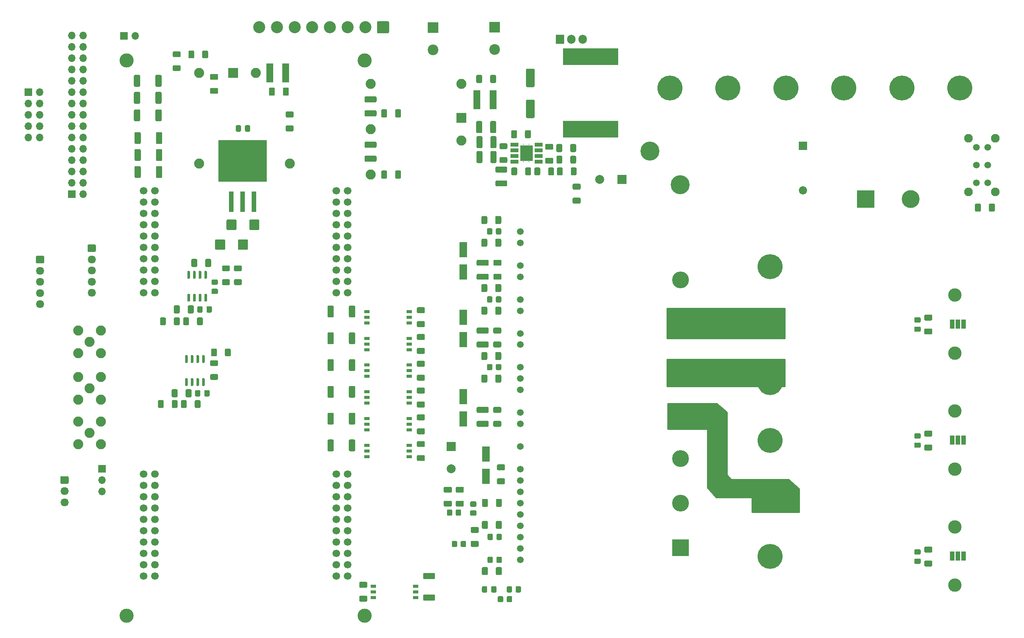
<source format=gbr>
%TF.GenerationSoftware,KiCad,Pcbnew,(5.1.8)-1*%
%TF.CreationDate,2021-03-22T22:31:27+09:00*%
%TF.ProjectId,inverter_IPM,696e7665-7274-4657-925f-49504d2e6b69,rev?*%
%TF.SameCoordinates,Original*%
%TF.FileFunction,Soldermask,Top*%
%TF.FilePolarity,Negative*%
%FSLAX46Y46*%
G04 Gerber Fmt 4.6, Leading zero omitted, Abs format (unit mm)*
G04 Created by KiCad (PCBNEW (5.1.8)-1) date 2021-03-22 22:31:27*
%MOMM*%
%LPD*%
G01*
G04 APERTURE LIST*
%ADD10C,0.010000*%
%ADD11O,1.905000X2.000000*%
%ADD12R,1.905000X2.000000*%
%ADD13C,1.700000*%
%ADD14C,3.175000*%
%ADD15C,3.000000*%
%ADD16R,1.000000X2.000000*%
%ADD17R,1.300000X0.800000*%
%ADD18R,2.250000X2.250000*%
%ADD19C,2.250000*%
%ADD20C,1.500000*%
%ADD21R,3.770000X3.770000*%
%ADD22C,3.770000*%
%ADD23C,0.300000*%
%ADD24R,10.800000X9.400000*%
%ADD25R,1.100000X4.600000*%
%ADD26C,1.950000*%
%ADD27C,1.508000*%
%ADD28R,1.500000X4.200000*%
%ADD29R,12.320000X3.825000*%
%ADD30C,4.250000*%
%ADD31C,1.850000*%
%ADD32R,1.850000X1.850000*%
%ADD33O,1.700000X1.700000*%
%ADD34R,1.700000X1.700000*%
%ADD35O,1.850000X1.700000*%
%ADD36C,2.700000*%
%ADD37C,5.600000*%
%ADD38R,1.800000X3.500000*%
%ADD39R,2.400000X2.400000*%
%ADD40C,2.400000*%
%ADD41C,2.000000*%
%ADD42R,2.000000X2.000000*%
%ADD43C,4.000000*%
%ADD44R,4.000000X4.000000*%
%ADD45C,0.254000*%
%ADD46C,0.100000*%
G04 APERTURE END LIST*
D10*
%TO.C,U4*%
G36*
X126000600Y-46179000D02*
G01*
X128710600Y-46179000D01*
X128710600Y-49579000D01*
X126000600Y-49579000D01*
X126000600Y-46179000D01*
G37*
X126000600Y-46179000D02*
X128710600Y-46179000D01*
X128710600Y-49579000D01*
X126000600Y-49579000D01*
X126000600Y-46179000D01*
G36*
X125450600Y-46344000D02*
G01*
X123860600Y-46344000D01*
X123857983Y-46343931D01*
X123855374Y-46343726D01*
X123852778Y-46343384D01*
X123850204Y-46342907D01*
X123847659Y-46342296D01*
X123845149Y-46341553D01*
X123842682Y-46340679D01*
X123840263Y-46339677D01*
X123837900Y-46338550D01*
X123835600Y-46337301D01*
X123833368Y-46335934D01*
X123831211Y-46334451D01*
X123829134Y-46332857D01*
X123827143Y-46331157D01*
X123825245Y-46329355D01*
X123823443Y-46327457D01*
X123821743Y-46325466D01*
X123820149Y-46323389D01*
X123818666Y-46321232D01*
X123817299Y-46319000D01*
X123816050Y-46316700D01*
X123814923Y-46314337D01*
X123813921Y-46311918D01*
X123813047Y-46309451D01*
X123812304Y-46306941D01*
X123811693Y-46304396D01*
X123811216Y-46301822D01*
X123810874Y-46299226D01*
X123810669Y-46296617D01*
X123810600Y-46294000D01*
X123810600Y-45654000D01*
X123810669Y-45651383D01*
X123810874Y-45648774D01*
X123811216Y-45646178D01*
X123811693Y-45643604D01*
X123812304Y-45641059D01*
X123813047Y-45638549D01*
X123813921Y-45636082D01*
X123814923Y-45633663D01*
X123816050Y-45631300D01*
X123817299Y-45629000D01*
X123818666Y-45626768D01*
X123820149Y-45624611D01*
X123821743Y-45622534D01*
X123823443Y-45620543D01*
X123825245Y-45618645D01*
X123827143Y-45616843D01*
X123829134Y-45615143D01*
X123831211Y-45613549D01*
X123833368Y-45612066D01*
X123835600Y-45610699D01*
X123837900Y-45609450D01*
X123840263Y-45608323D01*
X123842682Y-45607321D01*
X123845149Y-45606447D01*
X123847659Y-45605704D01*
X123850204Y-45605093D01*
X123852778Y-45604616D01*
X123855374Y-45604274D01*
X123857983Y-45604069D01*
X123860600Y-45604000D01*
X125450600Y-45604000D01*
X125453217Y-45604069D01*
X125455826Y-45604274D01*
X125458422Y-45604616D01*
X125460996Y-45605093D01*
X125463541Y-45605704D01*
X125466051Y-45606447D01*
X125468518Y-45607321D01*
X125470937Y-45608323D01*
X125473300Y-45609450D01*
X125475600Y-45610699D01*
X125477832Y-45612066D01*
X125479989Y-45613549D01*
X125482066Y-45615143D01*
X125484057Y-45616843D01*
X125485955Y-45618645D01*
X125487757Y-45620543D01*
X125489457Y-45622534D01*
X125491051Y-45624611D01*
X125492534Y-45626768D01*
X125493901Y-45629000D01*
X125495150Y-45631300D01*
X125496277Y-45633663D01*
X125497279Y-45636082D01*
X125498153Y-45638549D01*
X125498896Y-45641059D01*
X125499507Y-45643604D01*
X125499984Y-45646178D01*
X125500326Y-45648774D01*
X125500531Y-45651383D01*
X125500600Y-45654000D01*
X125500600Y-46294000D01*
X125500531Y-46296617D01*
X125500326Y-46299226D01*
X125499984Y-46301822D01*
X125499507Y-46304396D01*
X125498896Y-46306941D01*
X125498153Y-46309451D01*
X125497279Y-46311918D01*
X125496277Y-46314337D01*
X125495150Y-46316700D01*
X125493901Y-46319000D01*
X125492534Y-46321232D01*
X125491051Y-46323389D01*
X125489457Y-46325466D01*
X125487757Y-46327457D01*
X125485955Y-46329355D01*
X125484057Y-46331157D01*
X125482066Y-46332857D01*
X125479989Y-46334451D01*
X125477832Y-46335934D01*
X125475600Y-46337301D01*
X125473300Y-46338550D01*
X125470937Y-46339677D01*
X125468518Y-46340679D01*
X125466051Y-46341553D01*
X125463541Y-46342296D01*
X125460996Y-46342907D01*
X125458422Y-46343384D01*
X125455826Y-46343726D01*
X125453217Y-46343931D01*
X125450600Y-46344000D01*
G37*
X125450600Y-46344000D02*
X123860600Y-46344000D01*
X123857983Y-46343931D01*
X123855374Y-46343726D01*
X123852778Y-46343384D01*
X123850204Y-46342907D01*
X123847659Y-46342296D01*
X123845149Y-46341553D01*
X123842682Y-46340679D01*
X123840263Y-46339677D01*
X123837900Y-46338550D01*
X123835600Y-46337301D01*
X123833368Y-46335934D01*
X123831211Y-46334451D01*
X123829134Y-46332857D01*
X123827143Y-46331157D01*
X123825245Y-46329355D01*
X123823443Y-46327457D01*
X123821743Y-46325466D01*
X123820149Y-46323389D01*
X123818666Y-46321232D01*
X123817299Y-46319000D01*
X123816050Y-46316700D01*
X123814923Y-46314337D01*
X123813921Y-46311918D01*
X123813047Y-46309451D01*
X123812304Y-46306941D01*
X123811693Y-46304396D01*
X123811216Y-46301822D01*
X123810874Y-46299226D01*
X123810669Y-46296617D01*
X123810600Y-46294000D01*
X123810600Y-45654000D01*
X123810669Y-45651383D01*
X123810874Y-45648774D01*
X123811216Y-45646178D01*
X123811693Y-45643604D01*
X123812304Y-45641059D01*
X123813047Y-45638549D01*
X123813921Y-45636082D01*
X123814923Y-45633663D01*
X123816050Y-45631300D01*
X123817299Y-45629000D01*
X123818666Y-45626768D01*
X123820149Y-45624611D01*
X123821743Y-45622534D01*
X123823443Y-45620543D01*
X123825245Y-45618645D01*
X123827143Y-45616843D01*
X123829134Y-45615143D01*
X123831211Y-45613549D01*
X123833368Y-45612066D01*
X123835600Y-45610699D01*
X123837900Y-45609450D01*
X123840263Y-45608323D01*
X123842682Y-45607321D01*
X123845149Y-45606447D01*
X123847659Y-45605704D01*
X123850204Y-45605093D01*
X123852778Y-45604616D01*
X123855374Y-45604274D01*
X123857983Y-45604069D01*
X123860600Y-45604000D01*
X125450600Y-45604000D01*
X125453217Y-45604069D01*
X125455826Y-45604274D01*
X125458422Y-45604616D01*
X125460996Y-45605093D01*
X125463541Y-45605704D01*
X125466051Y-45606447D01*
X125468518Y-45607321D01*
X125470937Y-45608323D01*
X125473300Y-45609450D01*
X125475600Y-45610699D01*
X125477832Y-45612066D01*
X125479989Y-45613549D01*
X125482066Y-45615143D01*
X125484057Y-45616843D01*
X125485955Y-45618645D01*
X125487757Y-45620543D01*
X125489457Y-45622534D01*
X125491051Y-45624611D01*
X125492534Y-45626768D01*
X125493901Y-45629000D01*
X125495150Y-45631300D01*
X125496277Y-45633663D01*
X125497279Y-45636082D01*
X125498153Y-45638549D01*
X125498896Y-45641059D01*
X125499507Y-45643604D01*
X125499984Y-45646178D01*
X125500326Y-45648774D01*
X125500531Y-45651383D01*
X125500600Y-45654000D01*
X125500600Y-46294000D01*
X125500531Y-46296617D01*
X125500326Y-46299226D01*
X125499984Y-46301822D01*
X125499507Y-46304396D01*
X125498896Y-46306941D01*
X125498153Y-46309451D01*
X125497279Y-46311918D01*
X125496277Y-46314337D01*
X125495150Y-46316700D01*
X125493901Y-46319000D01*
X125492534Y-46321232D01*
X125491051Y-46323389D01*
X125489457Y-46325466D01*
X125487757Y-46327457D01*
X125485955Y-46329355D01*
X125484057Y-46331157D01*
X125482066Y-46332857D01*
X125479989Y-46334451D01*
X125477832Y-46335934D01*
X125475600Y-46337301D01*
X125473300Y-46338550D01*
X125470937Y-46339677D01*
X125468518Y-46340679D01*
X125466051Y-46341553D01*
X125463541Y-46342296D01*
X125460996Y-46342907D01*
X125458422Y-46343384D01*
X125455826Y-46343726D01*
X125453217Y-46343931D01*
X125450600Y-46344000D01*
G36*
X125450600Y-47614000D02*
G01*
X123860600Y-47614000D01*
X123857983Y-47613931D01*
X123855374Y-47613726D01*
X123852778Y-47613384D01*
X123850204Y-47612907D01*
X123847659Y-47612296D01*
X123845149Y-47611553D01*
X123842682Y-47610679D01*
X123840263Y-47609677D01*
X123837900Y-47608550D01*
X123835600Y-47607301D01*
X123833368Y-47605934D01*
X123831211Y-47604451D01*
X123829134Y-47602857D01*
X123827143Y-47601157D01*
X123825245Y-47599355D01*
X123823443Y-47597457D01*
X123821743Y-47595466D01*
X123820149Y-47593389D01*
X123818666Y-47591232D01*
X123817299Y-47589000D01*
X123816050Y-47586700D01*
X123814923Y-47584337D01*
X123813921Y-47581918D01*
X123813047Y-47579451D01*
X123812304Y-47576941D01*
X123811693Y-47574396D01*
X123811216Y-47571822D01*
X123810874Y-47569226D01*
X123810669Y-47566617D01*
X123810600Y-47564000D01*
X123810600Y-46924000D01*
X123810669Y-46921383D01*
X123810874Y-46918774D01*
X123811216Y-46916178D01*
X123811693Y-46913604D01*
X123812304Y-46911059D01*
X123813047Y-46908549D01*
X123813921Y-46906082D01*
X123814923Y-46903663D01*
X123816050Y-46901300D01*
X123817299Y-46899000D01*
X123818666Y-46896768D01*
X123820149Y-46894611D01*
X123821743Y-46892534D01*
X123823443Y-46890543D01*
X123825245Y-46888645D01*
X123827143Y-46886843D01*
X123829134Y-46885143D01*
X123831211Y-46883549D01*
X123833368Y-46882066D01*
X123835600Y-46880699D01*
X123837900Y-46879450D01*
X123840263Y-46878323D01*
X123842682Y-46877321D01*
X123845149Y-46876447D01*
X123847659Y-46875704D01*
X123850204Y-46875093D01*
X123852778Y-46874616D01*
X123855374Y-46874274D01*
X123857983Y-46874069D01*
X123860600Y-46874000D01*
X125450600Y-46874000D01*
X125453217Y-46874069D01*
X125455826Y-46874274D01*
X125458422Y-46874616D01*
X125460996Y-46875093D01*
X125463541Y-46875704D01*
X125466051Y-46876447D01*
X125468518Y-46877321D01*
X125470937Y-46878323D01*
X125473300Y-46879450D01*
X125475600Y-46880699D01*
X125477832Y-46882066D01*
X125479989Y-46883549D01*
X125482066Y-46885143D01*
X125484057Y-46886843D01*
X125485955Y-46888645D01*
X125487757Y-46890543D01*
X125489457Y-46892534D01*
X125491051Y-46894611D01*
X125492534Y-46896768D01*
X125493901Y-46899000D01*
X125495150Y-46901300D01*
X125496277Y-46903663D01*
X125497279Y-46906082D01*
X125498153Y-46908549D01*
X125498896Y-46911059D01*
X125499507Y-46913604D01*
X125499984Y-46916178D01*
X125500326Y-46918774D01*
X125500531Y-46921383D01*
X125500600Y-46924000D01*
X125500600Y-47564000D01*
X125500531Y-47566617D01*
X125500326Y-47569226D01*
X125499984Y-47571822D01*
X125499507Y-47574396D01*
X125498896Y-47576941D01*
X125498153Y-47579451D01*
X125497279Y-47581918D01*
X125496277Y-47584337D01*
X125495150Y-47586700D01*
X125493901Y-47589000D01*
X125492534Y-47591232D01*
X125491051Y-47593389D01*
X125489457Y-47595466D01*
X125487757Y-47597457D01*
X125485955Y-47599355D01*
X125484057Y-47601157D01*
X125482066Y-47602857D01*
X125479989Y-47604451D01*
X125477832Y-47605934D01*
X125475600Y-47607301D01*
X125473300Y-47608550D01*
X125470937Y-47609677D01*
X125468518Y-47610679D01*
X125466051Y-47611553D01*
X125463541Y-47612296D01*
X125460996Y-47612907D01*
X125458422Y-47613384D01*
X125455826Y-47613726D01*
X125453217Y-47613931D01*
X125450600Y-47614000D01*
G37*
X125450600Y-47614000D02*
X123860600Y-47614000D01*
X123857983Y-47613931D01*
X123855374Y-47613726D01*
X123852778Y-47613384D01*
X123850204Y-47612907D01*
X123847659Y-47612296D01*
X123845149Y-47611553D01*
X123842682Y-47610679D01*
X123840263Y-47609677D01*
X123837900Y-47608550D01*
X123835600Y-47607301D01*
X123833368Y-47605934D01*
X123831211Y-47604451D01*
X123829134Y-47602857D01*
X123827143Y-47601157D01*
X123825245Y-47599355D01*
X123823443Y-47597457D01*
X123821743Y-47595466D01*
X123820149Y-47593389D01*
X123818666Y-47591232D01*
X123817299Y-47589000D01*
X123816050Y-47586700D01*
X123814923Y-47584337D01*
X123813921Y-47581918D01*
X123813047Y-47579451D01*
X123812304Y-47576941D01*
X123811693Y-47574396D01*
X123811216Y-47571822D01*
X123810874Y-47569226D01*
X123810669Y-47566617D01*
X123810600Y-47564000D01*
X123810600Y-46924000D01*
X123810669Y-46921383D01*
X123810874Y-46918774D01*
X123811216Y-46916178D01*
X123811693Y-46913604D01*
X123812304Y-46911059D01*
X123813047Y-46908549D01*
X123813921Y-46906082D01*
X123814923Y-46903663D01*
X123816050Y-46901300D01*
X123817299Y-46899000D01*
X123818666Y-46896768D01*
X123820149Y-46894611D01*
X123821743Y-46892534D01*
X123823443Y-46890543D01*
X123825245Y-46888645D01*
X123827143Y-46886843D01*
X123829134Y-46885143D01*
X123831211Y-46883549D01*
X123833368Y-46882066D01*
X123835600Y-46880699D01*
X123837900Y-46879450D01*
X123840263Y-46878323D01*
X123842682Y-46877321D01*
X123845149Y-46876447D01*
X123847659Y-46875704D01*
X123850204Y-46875093D01*
X123852778Y-46874616D01*
X123855374Y-46874274D01*
X123857983Y-46874069D01*
X123860600Y-46874000D01*
X125450600Y-46874000D01*
X125453217Y-46874069D01*
X125455826Y-46874274D01*
X125458422Y-46874616D01*
X125460996Y-46875093D01*
X125463541Y-46875704D01*
X125466051Y-46876447D01*
X125468518Y-46877321D01*
X125470937Y-46878323D01*
X125473300Y-46879450D01*
X125475600Y-46880699D01*
X125477832Y-46882066D01*
X125479989Y-46883549D01*
X125482066Y-46885143D01*
X125484057Y-46886843D01*
X125485955Y-46888645D01*
X125487757Y-46890543D01*
X125489457Y-46892534D01*
X125491051Y-46894611D01*
X125492534Y-46896768D01*
X125493901Y-46899000D01*
X125495150Y-46901300D01*
X125496277Y-46903663D01*
X125497279Y-46906082D01*
X125498153Y-46908549D01*
X125498896Y-46911059D01*
X125499507Y-46913604D01*
X125499984Y-46916178D01*
X125500326Y-46918774D01*
X125500531Y-46921383D01*
X125500600Y-46924000D01*
X125500600Y-47564000D01*
X125500531Y-47566617D01*
X125500326Y-47569226D01*
X125499984Y-47571822D01*
X125499507Y-47574396D01*
X125498896Y-47576941D01*
X125498153Y-47579451D01*
X125497279Y-47581918D01*
X125496277Y-47584337D01*
X125495150Y-47586700D01*
X125493901Y-47589000D01*
X125492534Y-47591232D01*
X125491051Y-47593389D01*
X125489457Y-47595466D01*
X125487757Y-47597457D01*
X125485955Y-47599355D01*
X125484057Y-47601157D01*
X125482066Y-47602857D01*
X125479989Y-47604451D01*
X125477832Y-47605934D01*
X125475600Y-47607301D01*
X125473300Y-47608550D01*
X125470937Y-47609677D01*
X125468518Y-47610679D01*
X125466051Y-47611553D01*
X125463541Y-47612296D01*
X125460996Y-47612907D01*
X125458422Y-47613384D01*
X125455826Y-47613726D01*
X125453217Y-47613931D01*
X125450600Y-47614000D01*
G36*
X125450600Y-48884000D02*
G01*
X123860600Y-48884000D01*
X123857983Y-48883931D01*
X123855374Y-48883726D01*
X123852778Y-48883384D01*
X123850204Y-48882907D01*
X123847659Y-48882296D01*
X123845149Y-48881553D01*
X123842682Y-48880679D01*
X123840263Y-48879677D01*
X123837900Y-48878550D01*
X123835600Y-48877301D01*
X123833368Y-48875934D01*
X123831211Y-48874451D01*
X123829134Y-48872857D01*
X123827143Y-48871157D01*
X123825245Y-48869355D01*
X123823443Y-48867457D01*
X123821743Y-48865466D01*
X123820149Y-48863389D01*
X123818666Y-48861232D01*
X123817299Y-48859000D01*
X123816050Y-48856700D01*
X123814923Y-48854337D01*
X123813921Y-48851918D01*
X123813047Y-48849451D01*
X123812304Y-48846941D01*
X123811693Y-48844396D01*
X123811216Y-48841822D01*
X123810874Y-48839226D01*
X123810669Y-48836617D01*
X123810600Y-48834000D01*
X123810600Y-48194000D01*
X123810669Y-48191383D01*
X123810874Y-48188774D01*
X123811216Y-48186178D01*
X123811693Y-48183604D01*
X123812304Y-48181059D01*
X123813047Y-48178549D01*
X123813921Y-48176082D01*
X123814923Y-48173663D01*
X123816050Y-48171300D01*
X123817299Y-48169000D01*
X123818666Y-48166768D01*
X123820149Y-48164611D01*
X123821743Y-48162534D01*
X123823443Y-48160543D01*
X123825245Y-48158645D01*
X123827143Y-48156843D01*
X123829134Y-48155143D01*
X123831211Y-48153549D01*
X123833368Y-48152066D01*
X123835600Y-48150699D01*
X123837900Y-48149450D01*
X123840263Y-48148323D01*
X123842682Y-48147321D01*
X123845149Y-48146447D01*
X123847659Y-48145704D01*
X123850204Y-48145093D01*
X123852778Y-48144616D01*
X123855374Y-48144274D01*
X123857983Y-48144069D01*
X123860600Y-48144000D01*
X125450600Y-48144000D01*
X125453217Y-48144069D01*
X125455826Y-48144274D01*
X125458422Y-48144616D01*
X125460996Y-48145093D01*
X125463541Y-48145704D01*
X125466051Y-48146447D01*
X125468518Y-48147321D01*
X125470937Y-48148323D01*
X125473300Y-48149450D01*
X125475600Y-48150699D01*
X125477832Y-48152066D01*
X125479989Y-48153549D01*
X125482066Y-48155143D01*
X125484057Y-48156843D01*
X125485955Y-48158645D01*
X125487757Y-48160543D01*
X125489457Y-48162534D01*
X125491051Y-48164611D01*
X125492534Y-48166768D01*
X125493901Y-48169000D01*
X125495150Y-48171300D01*
X125496277Y-48173663D01*
X125497279Y-48176082D01*
X125498153Y-48178549D01*
X125498896Y-48181059D01*
X125499507Y-48183604D01*
X125499984Y-48186178D01*
X125500326Y-48188774D01*
X125500531Y-48191383D01*
X125500600Y-48194000D01*
X125500600Y-48834000D01*
X125500531Y-48836617D01*
X125500326Y-48839226D01*
X125499984Y-48841822D01*
X125499507Y-48844396D01*
X125498896Y-48846941D01*
X125498153Y-48849451D01*
X125497279Y-48851918D01*
X125496277Y-48854337D01*
X125495150Y-48856700D01*
X125493901Y-48859000D01*
X125492534Y-48861232D01*
X125491051Y-48863389D01*
X125489457Y-48865466D01*
X125487757Y-48867457D01*
X125485955Y-48869355D01*
X125484057Y-48871157D01*
X125482066Y-48872857D01*
X125479989Y-48874451D01*
X125477832Y-48875934D01*
X125475600Y-48877301D01*
X125473300Y-48878550D01*
X125470937Y-48879677D01*
X125468518Y-48880679D01*
X125466051Y-48881553D01*
X125463541Y-48882296D01*
X125460996Y-48882907D01*
X125458422Y-48883384D01*
X125455826Y-48883726D01*
X125453217Y-48883931D01*
X125450600Y-48884000D01*
G37*
X125450600Y-48884000D02*
X123860600Y-48884000D01*
X123857983Y-48883931D01*
X123855374Y-48883726D01*
X123852778Y-48883384D01*
X123850204Y-48882907D01*
X123847659Y-48882296D01*
X123845149Y-48881553D01*
X123842682Y-48880679D01*
X123840263Y-48879677D01*
X123837900Y-48878550D01*
X123835600Y-48877301D01*
X123833368Y-48875934D01*
X123831211Y-48874451D01*
X123829134Y-48872857D01*
X123827143Y-48871157D01*
X123825245Y-48869355D01*
X123823443Y-48867457D01*
X123821743Y-48865466D01*
X123820149Y-48863389D01*
X123818666Y-48861232D01*
X123817299Y-48859000D01*
X123816050Y-48856700D01*
X123814923Y-48854337D01*
X123813921Y-48851918D01*
X123813047Y-48849451D01*
X123812304Y-48846941D01*
X123811693Y-48844396D01*
X123811216Y-48841822D01*
X123810874Y-48839226D01*
X123810669Y-48836617D01*
X123810600Y-48834000D01*
X123810600Y-48194000D01*
X123810669Y-48191383D01*
X123810874Y-48188774D01*
X123811216Y-48186178D01*
X123811693Y-48183604D01*
X123812304Y-48181059D01*
X123813047Y-48178549D01*
X123813921Y-48176082D01*
X123814923Y-48173663D01*
X123816050Y-48171300D01*
X123817299Y-48169000D01*
X123818666Y-48166768D01*
X123820149Y-48164611D01*
X123821743Y-48162534D01*
X123823443Y-48160543D01*
X123825245Y-48158645D01*
X123827143Y-48156843D01*
X123829134Y-48155143D01*
X123831211Y-48153549D01*
X123833368Y-48152066D01*
X123835600Y-48150699D01*
X123837900Y-48149450D01*
X123840263Y-48148323D01*
X123842682Y-48147321D01*
X123845149Y-48146447D01*
X123847659Y-48145704D01*
X123850204Y-48145093D01*
X123852778Y-48144616D01*
X123855374Y-48144274D01*
X123857983Y-48144069D01*
X123860600Y-48144000D01*
X125450600Y-48144000D01*
X125453217Y-48144069D01*
X125455826Y-48144274D01*
X125458422Y-48144616D01*
X125460996Y-48145093D01*
X125463541Y-48145704D01*
X125466051Y-48146447D01*
X125468518Y-48147321D01*
X125470937Y-48148323D01*
X125473300Y-48149450D01*
X125475600Y-48150699D01*
X125477832Y-48152066D01*
X125479989Y-48153549D01*
X125482066Y-48155143D01*
X125484057Y-48156843D01*
X125485955Y-48158645D01*
X125487757Y-48160543D01*
X125489457Y-48162534D01*
X125491051Y-48164611D01*
X125492534Y-48166768D01*
X125493901Y-48169000D01*
X125495150Y-48171300D01*
X125496277Y-48173663D01*
X125497279Y-48176082D01*
X125498153Y-48178549D01*
X125498896Y-48181059D01*
X125499507Y-48183604D01*
X125499984Y-48186178D01*
X125500326Y-48188774D01*
X125500531Y-48191383D01*
X125500600Y-48194000D01*
X125500600Y-48834000D01*
X125500531Y-48836617D01*
X125500326Y-48839226D01*
X125499984Y-48841822D01*
X125499507Y-48844396D01*
X125498896Y-48846941D01*
X125498153Y-48849451D01*
X125497279Y-48851918D01*
X125496277Y-48854337D01*
X125495150Y-48856700D01*
X125493901Y-48859000D01*
X125492534Y-48861232D01*
X125491051Y-48863389D01*
X125489457Y-48865466D01*
X125487757Y-48867457D01*
X125485955Y-48869355D01*
X125484057Y-48871157D01*
X125482066Y-48872857D01*
X125479989Y-48874451D01*
X125477832Y-48875934D01*
X125475600Y-48877301D01*
X125473300Y-48878550D01*
X125470937Y-48879677D01*
X125468518Y-48880679D01*
X125466051Y-48881553D01*
X125463541Y-48882296D01*
X125460996Y-48882907D01*
X125458422Y-48883384D01*
X125455826Y-48883726D01*
X125453217Y-48883931D01*
X125450600Y-48884000D01*
G36*
X125450600Y-50154000D02*
G01*
X123860600Y-50154000D01*
X123857983Y-50153931D01*
X123855374Y-50153726D01*
X123852778Y-50153384D01*
X123850204Y-50152907D01*
X123847659Y-50152296D01*
X123845149Y-50151553D01*
X123842682Y-50150679D01*
X123840263Y-50149677D01*
X123837900Y-50148550D01*
X123835600Y-50147301D01*
X123833368Y-50145934D01*
X123831211Y-50144451D01*
X123829134Y-50142857D01*
X123827143Y-50141157D01*
X123825245Y-50139355D01*
X123823443Y-50137457D01*
X123821743Y-50135466D01*
X123820149Y-50133389D01*
X123818666Y-50131232D01*
X123817299Y-50129000D01*
X123816050Y-50126700D01*
X123814923Y-50124337D01*
X123813921Y-50121918D01*
X123813047Y-50119451D01*
X123812304Y-50116941D01*
X123811693Y-50114396D01*
X123811216Y-50111822D01*
X123810874Y-50109226D01*
X123810669Y-50106617D01*
X123810600Y-50104000D01*
X123810600Y-49464000D01*
X123810669Y-49461383D01*
X123810874Y-49458774D01*
X123811216Y-49456178D01*
X123811693Y-49453604D01*
X123812304Y-49451059D01*
X123813047Y-49448549D01*
X123813921Y-49446082D01*
X123814923Y-49443663D01*
X123816050Y-49441300D01*
X123817299Y-49439000D01*
X123818666Y-49436768D01*
X123820149Y-49434611D01*
X123821743Y-49432534D01*
X123823443Y-49430543D01*
X123825245Y-49428645D01*
X123827143Y-49426843D01*
X123829134Y-49425143D01*
X123831211Y-49423549D01*
X123833368Y-49422066D01*
X123835600Y-49420699D01*
X123837900Y-49419450D01*
X123840263Y-49418323D01*
X123842682Y-49417321D01*
X123845149Y-49416447D01*
X123847659Y-49415704D01*
X123850204Y-49415093D01*
X123852778Y-49414616D01*
X123855374Y-49414274D01*
X123857983Y-49414069D01*
X123860600Y-49414000D01*
X125450600Y-49414000D01*
X125453217Y-49414069D01*
X125455826Y-49414274D01*
X125458422Y-49414616D01*
X125460996Y-49415093D01*
X125463541Y-49415704D01*
X125466051Y-49416447D01*
X125468518Y-49417321D01*
X125470937Y-49418323D01*
X125473300Y-49419450D01*
X125475600Y-49420699D01*
X125477832Y-49422066D01*
X125479989Y-49423549D01*
X125482066Y-49425143D01*
X125484057Y-49426843D01*
X125485955Y-49428645D01*
X125487757Y-49430543D01*
X125489457Y-49432534D01*
X125491051Y-49434611D01*
X125492534Y-49436768D01*
X125493901Y-49439000D01*
X125495150Y-49441300D01*
X125496277Y-49443663D01*
X125497279Y-49446082D01*
X125498153Y-49448549D01*
X125498896Y-49451059D01*
X125499507Y-49453604D01*
X125499984Y-49456178D01*
X125500326Y-49458774D01*
X125500531Y-49461383D01*
X125500600Y-49464000D01*
X125500600Y-50104000D01*
X125500531Y-50106617D01*
X125500326Y-50109226D01*
X125499984Y-50111822D01*
X125499507Y-50114396D01*
X125498896Y-50116941D01*
X125498153Y-50119451D01*
X125497279Y-50121918D01*
X125496277Y-50124337D01*
X125495150Y-50126700D01*
X125493901Y-50129000D01*
X125492534Y-50131232D01*
X125491051Y-50133389D01*
X125489457Y-50135466D01*
X125487757Y-50137457D01*
X125485955Y-50139355D01*
X125484057Y-50141157D01*
X125482066Y-50142857D01*
X125479989Y-50144451D01*
X125477832Y-50145934D01*
X125475600Y-50147301D01*
X125473300Y-50148550D01*
X125470937Y-50149677D01*
X125468518Y-50150679D01*
X125466051Y-50151553D01*
X125463541Y-50152296D01*
X125460996Y-50152907D01*
X125458422Y-50153384D01*
X125455826Y-50153726D01*
X125453217Y-50153931D01*
X125450600Y-50154000D01*
G37*
X125450600Y-50154000D02*
X123860600Y-50154000D01*
X123857983Y-50153931D01*
X123855374Y-50153726D01*
X123852778Y-50153384D01*
X123850204Y-50152907D01*
X123847659Y-50152296D01*
X123845149Y-50151553D01*
X123842682Y-50150679D01*
X123840263Y-50149677D01*
X123837900Y-50148550D01*
X123835600Y-50147301D01*
X123833368Y-50145934D01*
X123831211Y-50144451D01*
X123829134Y-50142857D01*
X123827143Y-50141157D01*
X123825245Y-50139355D01*
X123823443Y-50137457D01*
X123821743Y-50135466D01*
X123820149Y-50133389D01*
X123818666Y-50131232D01*
X123817299Y-50129000D01*
X123816050Y-50126700D01*
X123814923Y-50124337D01*
X123813921Y-50121918D01*
X123813047Y-50119451D01*
X123812304Y-50116941D01*
X123811693Y-50114396D01*
X123811216Y-50111822D01*
X123810874Y-50109226D01*
X123810669Y-50106617D01*
X123810600Y-50104000D01*
X123810600Y-49464000D01*
X123810669Y-49461383D01*
X123810874Y-49458774D01*
X123811216Y-49456178D01*
X123811693Y-49453604D01*
X123812304Y-49451059D01*
X123813047Y-49448549D01*
X123813921Y-49446082D01*
X123814923Y-49443663D01*
X123816050Y-49441300D01*
X123817299Y-49439000D01*
X123818666Y-49436768D01*
X123820149Y-49434611D01*
X123821743Y-49432534D01*
X123823443Y-49430543D01*
X123825245Y-49428645D01*
X123827143Y-49426843D01*
X123829134Y-49425143D01*
X123831211Y-49423549D01*
X123833368Y-49422066D01*
X123835600Y-49420699D01*
X123837900Y-49419450D01*
X123840263Y-49418323D01*
X123842682Y-49417321D01*
X123845149Y-49416447D01*
X123847659Y-49415704D01*
X123850204Y-49415093D01*
X123852778Y-49414616D01*
X123855374Y-49414274D01*
X123857983Y-49414069D01*
X123860600Y-49414000D01*
X125450600Y-49414000D01*
X125453217Y-49414069D01*
X125455826Y-49414274D01*
X125458422Y-49414616D01*
X125460996Y-49415093D01*
X125463541Y-49415704D01*
X125466051Y-49416447D01*
X125468518Y-49417321D01*
X125470937Y-49418323D01*
X125473300Y-49419450D01*
X125475600Y-49420699D01*
X125477832Y-49422066D01*
X125479989Y-49423549D01*
X125482066Y-49425143D01*
X125484057Y-49426843D01*
X125485955Y-49428645D01*
X125487757Y-49430543D01*
X125489457Y-49432534D01*
X125491051Y-49434611D01*
X125492534Y-49436768D01*
X125493901Y-49439000D01*
X125495150Y-49441300D01*
X125496277Y-49443663D01*
X125497279Y-49446082D01*
X125498153Y-49448549D01*
X125498896Y-49451059D01*
X125499507Y-49453604D01*
X125499984Y-49456178D01*
X125500326Y-49458774D01*
X125500531Y-49461383D01*
X125500600Y-49464000D01*
X125500600Y-50104000D01*
X125500531Y-50106617D01*
X125500326Y-50109226D01*
X125499984Y-50111822D01*
X125499507Y-50114396D01*
X125498896Y-50116941D01*
X125498153Y-50119451D01*
X125497279Y-50121918D01*
X125496277Y-50124337D01*
X125495150Y-50126700D01*
X125493901Y-50129000D01*
X125492534Y-50131232D01*
X125491051Y-50133389D01*
X125489457Y-50135466D01*
X125487757Y-50137457D01*
X125485955Y-50139355D01*
X125484057Y-50141157D01*
X125482066Y-50142857D01*
X125479989Y-50144451D01*
X125477832Y-50145934D01*
X125475600Y-50147301D01*
X125473300Y-50148550D01*
X125470937Y-50149677D01*
X125468518Y-50150679D01*
X125466051Y-50151553D01*
X125463541Y-50152296D01*
X125460996Y-50152907D01*
X125458422Y-50153384D01*
X125455826Y-50153726D01*
X125453217Y-50153931D01*
X125450600Y-50154000D01*
G36*
X130850600Y-46344000D02*
G01*
X129260600Y-46344000D01*
X129257983Y-46343931D01*
X129255374Y-46343726D01*
X129252778Y-46343384D01*
X129250204Y-46342907D01*
X129247659Y-46342296D01*
X129245149Y-46341553D01*
X129242682Y-46340679D01*
X129240263Y-46339677D01*
X129237900Y-46338550D01*
X129235600Y-46337301D01*
X129233368Y-46335934D01*
X129231211Y-46334451D01*
X129229134Y-46332857D01*
X129227143Y-46331157D01*
X129225245Y-46329355D01*
X129223443Y-46327457D01*
X129221743Y-46325466D01*
X129220149Y-46323389D01*
X129218666Y-46321232D01*
X129217299Y-46319000D01*
X129216050Y-46316700D01*
X129214923Y-46314337D01*
X129213921Y-46311918D01*
X129213047Y-46309451D01*
X129212304Y-46306941D01*
X129211693Y-46304396D01*
X129211216Y-46301822D01*
X129210874Y-46299226D01*
X129210669Y-46296617D01*
X129210600Y-46294000D01*
X129210600Y-45654000D01*
X129210669Y-45651383D01*
X129210874Y-45648774D01*
X129211216Y-45646178D01*
X129211693Y-45643604D01*
X129212304Y-45641059D01*
X129213047Y-45638549D01*
X129213921Y-45636082D01*
X129214923Y-45633663D01*
X129216050Y-45631300D01*
X129217299Y-45629000D01*
X129218666Y-45626768D01*
X129220149Y-45624611D01*
X129221743Y-45622534D01*
X129223443Y-45620543D01*
X129225245Y-45618645D01*
X129227143Y-45616843D01*
X129229134Y-45615143D01*
X129231211Y-45613549D01*
X129233368Y-45612066D01*
X129235600Y-45610699D01*
X129237900Y-45609450D01*
X129240263Y-45608323D01*
X129242682Y-45607321D01*
X129245149Y-45606447D01*
X129247659Y-45605704D01*
X129250204Y-45605093D01*
X129252778Y-45604616D01*
X129255374Y-45604274D01*
X129257983Y-45604069D01*
X129260600Y-45604000D01*
X130850600Y-45604000D01*
X130853217Y-45604069D01*
X130855826Y-45604274D01*
X130858422Y-45604616D01*
X130860996Y-45605093D01*
X130863541Y-45605704D01*
X130866051Y-45606447D01*
X130868518Y-45607321D01*
X130870937Y-45608323D01*
X130873300Y-45609450D01*
X130875600Y-45610699D01*
X130877832Y-45612066D01*
X130879989Y-45613549D01*
X130882066Y-45615143D01*
X130884057Y-45616843D01*
X130885955Y-45618645D01*
X130887757Y-45620543D01*
X130889457Y-45622534D01*
X130891051Y-45624611D01*
X130892534Y-45626768D01*
X130893901Y-45629000D01*
X130895150Y-45631300D01*
X130896277Y-45633663D01*
X130897279Y-45636082D01*
X130898153Y-45638549D01*
X130898896Y-45641059D01*
X130899507Y-45643604D01*
X130899984Y-45646178D01*
X130900326Y-45648774D01*
X130900531Y-45651383D01*
X130900600Y-45654000D01*
X130900600Y-46294000D01*
X130900531Y-46296617D01*
X130900326Y-46299226D01*
X130899984Y-46301822D01*
X130899507Y-46304396D01*
X130898896Y-46306941D01*
X130898153Y-46309451D01*
X130897279Y-46311918D01*
X130896277Y-46314337D01*
X130895150Y-46316700D01*
X130893901Y-46319000D01*
X130892534Y-46321232D01*
X130891051Y-46323389D01*
X130889457Y-46325466D01*
X130887757Y-46327457D01*
X130885955Y-46329355D01*
X130884057Y-46331157D01*
X130882066Y-46332857D01*
X130879989Y-46334451D01*
X130877832Y-46335934D01*
X130875600Y-46337301D01*
X130873300Y-46338550D01*
X130870937Y-46339677D01*
X130868518Y-46340679D01*
X130866051Y-46341553D01*
X130863541Y-46342296D01*
X130860996Y-46342907D01*
X130858422Y-46343384D01*
X130855826Y-46343726D01*
X130853217Y-46343931D01*
X130850600Y-46344000D01*
G37*
X130850600Y-46344000D02*
X129260600Y-46344000D01*
X129257983Y-46343931D01*
X129255374Y-46343726D01*
X129252778Y-46343384D01*
X129250204Y-46342907D01*
X129247659Y-46342296D01*
X129245149Y-46341553D01*
X129242682Y-46340679D01*
X129240263Y-46339677D01*
X129237900Y-46338550D01*
X129235600Y-46337301D01*
X129233368Y-46335934D01*
X129231211Y-46334451D01*
X129229134Y-46332857D01*
X129227143Y-46331157D01*
X129225245Y-46329355D01*
X129223443Y-46327457D01*
X129221743Y-46325466D01*
X129220149Y-46323389D01*
X129218666Y-46321232D01*
X129217299Y-46319000D01*
X129216050Y-46316700D01*
X129214923Y-46314337D01*
X129213921Y-46311918D01*
X129213047Y-46309451D01*
X129212304Y-46306941D01*
X129211693Y-46304396D01*
X129211216Y-46301822D01*
X129210874Y-46299226D01*
X129210669Y-46296617D01*
X129210600Y-46294000D01*
X129210600Y-45654000D01*
X129210669Y-45651383D01*
X129210874Y-45648774D01*
X129211216Y-45646178D01*
X129211693Y-45643604D01*
X129212304Y-45641059D01*
X129213047Y-45638549D01*
X129213921Y-45636082D01*
X129214923Y-45633663D01*
X129216050Y-45631300D01*
X129217299Y-45629000D01*
X129218666Y-45626768D01*
X129220149Y-45624611D01*
X129221743Y-45622534D01*
X129223443Y-45620543D01*
X129225245Y-45618645D01*
X129227143Y-45616843D01*
X129229134Y-45615143D01*
X129231211Y-45613549D01*
X129233368Y-45612066D01*
X129235600Y-45610699D01*
X129237900Y-45609450D01*
X129240263Y-45608323D01*
X129242682Y-45607321D01*
X129245149Y-45606447D01*
X129247659Y-45605704D01*
X129250204Y-45605093D01*
X129252778Y-45604616D01*
X129255374Y-45604274D01*
X129257983Y-45604069D01*
X129260600Y-45604000D01*
X130850600Y-45604000D01*
X130853217Y-45604069D01*
X130855826Y-45604274D01*
X130858422Y-45604616D01*
X130860996Y-45605093D01*
X130863541Y-45605704D01*
X130866051Y-45606447D01*
X130868518Y-45607321D01*
X130870937Y-45608323D01*
X130873300Y-45609450D01*
X130875600Y-45610699D01*
X130877832Y-45612066D01*
X130879989Y-45613549D01*
X130882066Y-45615143D01*
X130884057Y-45616843D01*
X130885955Y-45618645D01*
X130887757Y-45620543D01*
X130889457Y-45622534D01*
X130891051Y-45624611D01*
X130892534Y-45626768D01*
X130893901Y-45629000D01*
X130895150Y-45631300D01*
X130896277Y-45633663D01*
X130897279Y-45636082D01*
X130898153Y-45638549D01*
X130898896Y-45641059D01*
X130899507Y-45643604D01*
X130899984Y-45646178D01*
X130900326Y-45648774D01*
X130900531Y-45651383D01*
X130900600Y-45654000D01*
X130900600Y-46294000D01*
X130900531Y-46296617D01*
X130900326Y-46299226D01*
X130899984Y-46301822D01*
X130899507Y-46304396D01*
X130898896Y-46306941D01*
X130898153Y-46309451D01*
X130897279Y-46311918D01*
X130896277Y-46314337D01*
X130895150Y-46316700D01*
X130893901Y-46319000D01*
X130892534Y-46321232D01*
X130891051Y-46323389D01*
X130889457Y-46325466D01*
X130887757Y-46327457D01*
X130885955Y-46329355D01*
X130884057Y-46331157D01*
X130882066Y-46332857D01*
X130879989Y-46334451D01*
X130877832Y-46335934D01*
X130875600Y-46337301D01*
X130873300Y-46338550D01*
X130870937Y-46339677D01*
X130868518Y-46340679D01*
X130866051Y-46341553D01*
X130863541Y-46342296D01*
X130860996Y-46342907D01*
X130858422Y-46343384D01*
X130855826Y-46343726D01*
X130853217Y-46343931D01*
X130850600Y-46344000D01*
G36*
X130850600Y-47614000D02*
G01*
X129260600Y-47614000D01*
X129257983Y-47613931D01*
X129255374Y-47613726D01*
X129252778Y-47613384D01*
X129250204Y-47612907D01*
X129247659Y-47612296D01*
X129245149Y-47611553D01*
X129242682Y-47610679D01*
X129240263Y-47609677D01*
X129237900Y-47608550D01*
X129235600Y-47607301D01*
X129233368Y-47605934D01*
X129231211Y-47604451D01*
X129229134Y-47602857D01*
X129227143Y-47601157D01*
X129225245Y-47599355D01*
X129223443Y-47597457D01*
X129221743Y-47595466D01*
X129220149Y-47593389D01*
X129218666Y-47591232D01*
X129217299Y-47589000D01*
X129216050Y-47586700D01*
X129214923Y-47584337D01*
X129213921Y-47581918D01*
X129213047Y-47579451D01*
X129212304Y-47576941D01*
X129211693Y-47574396D01*
X129211216Y-47571822D01*
X129210874Y-47569226D01*
X129210669Y-47566617D01*
X129210600Y-47564000D01*
X129210600Y-46924000D01*
X129210669Y-46921383D01*
X129210874Y-46918774D01*
X129211216Y-46916178D01*
X129211693Y-46913604D01*
X129212304Y-46911059D01*
X129213047Y-46908549D01*
X129213921Y-46906082D01*
X129214923Y-46903663D01*
X129216050Y-46901300D01*
X129217299Y-46899000D01*
X129218666Y-46896768D01*
X129220149Y-46894611D01*
X129221743Y-46892534D01*
X129223443Y-46890543D01*
X129225245Y-46888645D01*
X129227143Y-46886843D01*
X129229134Y-46885143D01*
X129231211Y-46883549D01*
X129233368Y-46882066D01*
X129235600Y-46880699D01*
X129237900Y-46879450D01*
X129240263Y-46878323D01*
X129242682Y-46877321D01*
X129245149Y-46876447D01*
X129247659Y-46875704D01*
X129250204Y-46875093D01*
X129252778Y-46874616D01*
X129255374Y-46874274D01*
X129257983Y-46874069D01*
X129260600Y-46874000D01*
X130850600Y-46874000D01*
X130853217Y-46874069D01*
X130855826Y-46874274D01*
X130858422Y-46874616D01*
X130860996Y-46875093D01*
X130863541Y-46875704D01*
X130866051Y-46876447D01*
X130868518Y-46877321D01*
X130870937Y-46878323D01*
X130873300Y-46879450D01*
X130875600Y-46880699D01*
X130877832Y-46882066D01*
X130879989Y-46883549D01*
X130882066Y-46885143D01*
X130884057Y-46886843D01*
X130885955Y-46888645D01*
X130887757Y-46890543D01*
X130889457Y-46892534D01*
X130891051Y-46894611D01*
X130892534Y-46896768D01*
X130893901Y-46899000D01*
X130895150Y-46901300D01*
X130896277Y-46903663D01*
X130897279Y-46906082D01*
X130898153Y-46908549D01*
X130898896Y-46911059D01*
X130899507Y-46913604D01*
X130899984Y-46916178D01*
X130900326Y-46918774D01*
X130900531Y-46921383D01*
X130900600Y-46924000D01*
X130900600Y-47564000D01*
X130900531Y-47566617D01*
X130900326Y-47569226D01*
X130899984Y-47571822D01*
X130899507Y-47574396D01*
X130898896Y-47576941D01*
X130898153Y-47579451D01*
X130897279Y-47581918D01*
X130896277Y-47584337D01*
X130895150Y-47586700D01*
X130893901Y-47589000D01*
X130892534Y-47591232D01*
X130891051Y-47593389D01*
X130889457Y-47595466D01*
X130887757Y-47597457D01*
X130885955Y-47599355D01*
X130884057Y-47601157D01*
X130882066Y-47602857D01*
X130879989Y-47604451D01*
X130877832Y-47605934D01*
X130875600Y-47607301D01*
X130873300Y-47608550D01*
X130870937Y-47609677D01*
X130868518Y-47610679D01*
X130866051Y-47611553D01*
X130863541Y-47612296D01*
X130860996Y-47612907D01*
X130858422Y-47613384D01*
X130855826Y-47613726D01*
X130853217Y-47613931D01*
X130850600Y-47614000D01*
G37*
X130850600Y-47614000D02*
X129260600Y-47614000D01*
X129257983Y-47613931D01*
X129255374Y-47613726D01*
X129252778Y-47613384D01*
X129250204Y-47612907D01*
X129247659Y-47612296D01*
X129245149Y-47611553D01*
X129242682Y-47610679D01*
X129240263Y-47609677D01*
X129237900Y-47608550D01*
X129235600Y-47607301D01*
X129233368Y-47605934D01*
X129231211Y-47604451D01*
X129229134Y-47602857D01*
X129227143Y-47601157D01*
X129225245Y-47599355D01*
X129223443Y-47597457D01*
X129221743Y-47595466D01*
X129220149Y-47593389D01*
X129218666Y-47591232D01*
X129217299Y-47589000D01*
X129216050Y-47586700D01*
X129214923Y-47584337D01*
X129213921Y-47581918D01*
X129213047Y-47579451D01*
X129212304Y-47576941D01*
X129211693Y-47574396D01*
X129211216Y-47571822D01*
X129210874Y-47569226D01*
X129210669Y-47566617D01*
X129210600Y-47564000D01*
X129210600Y-46924000D01*
X129210669Y-46921383D01*
X129210874Y-46918774D01*
X129211216Y-46916178D01*
X129211693Y-46913604D01*
X129212304Y-46911059D01*
X129213047Y-46908549D01*
X129213921Y-46906082D01*
X129214923Y-46903663D01*
X129216050Y-46901300D01*
X129217299Y-46899000D01*
X129218666Y-46896768D01*
X129220149Y-46894611D01*
X129221743Y-46892534D01*
X129223443Y-46890543D01*
X129225245Y-46888645D01*
X129227143Y-46886843D01*
X129229134Y-46885143D01*
X129231211Y-46883549D01*
X129233368Y-46882066D01*
X129235600Y-46880699D01*
X129237900Y-46879450D01*
X129240263Y-46878323D01*
X129242682Y-46877321D01*
X129245149Y-46876447D01*
X129247659Y-46875704D01*
X129250204Y-46875093D01*
X129252778Y-46874616D01*
X129255374Y-46874274D01*
X129257983Y-46874069D01*
X129260600Y-46874000D01*
X130850600Y-46874000D01*
X130853217Y-46874069D01*
X130855826Y-46874274D01*
X130858422Y-46874616D01*
X130860996Y-46875093D01*
X130863541Y-46875704D01*
X130866051Y-46876447D01*
X130868518Y-46877321D01*
X130870937Y-46878323D01*
X130873300Y-46879450D01*
X130875600Y-46880699D01*
X130877832Y-46882066D01*
X130879989Y-46883549D01*
X130882066Y-46885143D01*
X130884057Y-46886843D01*
X130885955Y-46888645D01*
X130887757Y-46890543D01*
X130889457Y-46892534D01*
X130891051Y-46894611D01*
X130892534Y-46896768D01*
X130893901Y-46899000D01*
X130895150Y-46901300D01*
X130896277Y-46903663D01*
X130897279Y-46906082D01*
X130898153Y-46908549D01*
X130898896Y-46911059D01*
X130899507Y-46913604D01*
X130899984Y-46916178D01*
X130900326Y-46918774D01*
X130900531Y-46921383D01*
X130900600Y-46924000D01*
X130900600Y-47564000D01*
X130900531Y-47566617D01*
X130900326Y-47569226D01*
X130899984Y-47571822D01*
X130899507Y-47574396D01*
X130898896Y-47576941D01*
X130898153Y-47579451D01*
X130897279Y-47581918D01*
X130896277Y-47584337D01*
X130895150Y-47586700D01*
X130893901Y-47589000D01*
X130892534Y-47591232D01*
X130891051Y-47593389D01*
X130889457Y-47595466D01*
X130887757Y-47597457D01*
X130885955Y-47599355D01*
X130884057Y-47601157D01*
X130882066Y-47602857D01*
X130879989Y-47604451D01*
X130877832Y-47605934D01*
X130875600Y-47607301D01*
X130873300Y-47608550D01*
X130870937Y-47609677D01*
X130868518Y-47610679D01*
X130866051Y-47611553D01*
X130863541Y-47612296D01*
X130860996Y-47612907D01*
X130858422Y-47613384D01*
X130855826Y-47613726D01*
X130853217Y-47613931D01*
X130850600Y-47614000D01*
G36*
X130850600Y-48884000D02*
G01*
X129260600Y-48884000D01*
X129257983Y-48883931D01*
X129255374Y-48883726D01*
X129252778Y-48883384D01*
X129250204Y-48882907D01*
X129247659Y-48882296D01*
X129245149Y-48881553D01*
X129242682Y-48880679D01*
X129240263Y-48879677D01*
X129237900Y-48878550D01*
X129235600Y-48877301D01*
X129233368Y-48875934D01*
X129231211Y-48874451D01*
X129229134Y-48872857D01*
X129227143Y-48871157D01*
X129225245Y-48869355D01*
X129223443Y-48867457D01*
X129221743Y-48865466D01*
X129220149Y-48863389D01*
X129218666Y-48861232D01*
X129217299Y-48859000D01*
X129216050Y-48856700D01*
X129214923Y-48854337D01*
X129213921Y-48851918D01*
X129213047Y-48849451D01*
X129212304Y-48846941D01*
X129211693Y-48844396D01*
X129211216Y-48841822D01*
X129210874Y-48839226D01*
X129210669Y-48836617D01*
X129210600Y-48834000D01*
X129210600Y-48194000D01*
X129210669Y-48191383D01*
X129210874Y-48188774D01*
X129211216Y-48186178D01*
X129211693Y-48183604D01*
X129212304Y-48181059D01*
X129213047Y-48178549D01*
X129213921Y-48176082D01*
X129214923Y-48173663D01*
X129216050Y-48171300D01*
X129217299Y-48169000D01*
X129218666Y-48166768D01*
X129220149Y-48164611D01*
X129221743Y-48162534D01*
X129223443Y-48160543D01*
X129225245Y-48158645D01*
X129227143Y-48156843D01*
X129229134Y-48155143D01*
X129231211Y-48153549D01*
X129233368Y-48152066D01*
X129235600Y-48150699D01*
X129237900Y-48149450D01*
X129240263Y-48148323D01*
X129242682Y-48147321D01*
X129245149Y-48146447D01*
X129247659Y-48145704D01*
X129250204Y-48145093D01*
X129252778Y-48144616D01*
X129255374Y-48144274D01*
X129257983Y-48144069D01*
X129260600Y-48144000D01*
X130850600Y-48144000D01*
X130853217Y-48144069D01*
X130855826Y-48144274D01*
X130858422Y-48144616D01*
X130860996Y-48145093D01*
X130863541Y-48145704D01*
X130866051Y-48146447D01*
X130868518Y-48147321D01*
X130870937Y-48148323D01*
X130873300Y-48149450D01*
X130875600Y-48150699D01*
X130877832Y-48152066D01*
X130879989Y-48153549D01*
X130882066Y-48155143D01*
X130884057Y-48156843D01*
X130885955Y-48158645D01*
X130887757Y-48160543D01*
X130889457Y-48162534D01*
X130891051Y-48164611D01*
X130892534Y-48166768D01*
X130893901Y-48169000D01*
X130895150Y-48171300D01*
X130896277Y-48173663D01*
X130897279Y-48176082D01*
X130898153Y-48178549D01*
X130898896Y-48181059D01*
X130899507Y-48183604D01*
X130899984Y-48186178D01*
X130900326Y-48188774D01*
X130900531Y-48191383D01*
X130900600Y-48194000D01*
X130900600Y-48834000D01*
X130900531Y-48836617D01*
X130900326Y-48839226D01*
X130899984Y-48841822D01*
X130899507Y-48844396D01*
X130898896Y-48846941D01*
X130898153Y-48849451D01*
X130897279Y-48851918D01*
X130896277Y-48854337D01*
X130895150Y-48856700D01*
X130893901Y-48859000D01*
X130892534Y-48861232D01*
X130891051Y-48863389D01*
X130889457Y-48865466D01*
X130887757Y-48867457D01*
X130885955Y-48869355D01*
X130884057Y-48871157D01*
X130882066Y-48872857D01*
X130879989Y-48874451D01*
X130877832Y-48875934D01*
X130875600Y-48877301D01*
X130873300Y-48878550D01*
X130870937Y-48879677D01*
X130868518Y-48880679D01*
X130866051Y-48881553D01*
X130863541Y-48882296D01*
X130860996Y-48882907D01*
X130858422Y-48883384D01*
X130855826Y-48883726D01*
X130853217Y-48883931D01*
X130850600Y-48884000D01*
G37*
X130850600Y-48884000D02*
X129260600Y-48884000D01*
X129257983Y-48883931D01*
X129255374Y-48883726D01*
X129252778Y-48883384D01*
X129250204Y-48882907D01*
X129247659Y-48882296D01*
X129245149Y-48881553D01*
X129242682Y-48880679D01*
X129240263Y-48879677D01*
X129237900Y-48878550D01*
X129235600Y-48877301D01*
X129233368Y-48875934D01*
X129231211Y-48874451D01*
X129229134Y-48872857D01*
X129227143Y-48871157D01*
X129225245Y-48869355D01*
X129223443Y-48867457D01*
X129221743Y-48865466D01*
X129220149Y-48863389D01*
X129218666Y-48861232D01*
X129217299Y-48859000D01*
X129216050Y-48856700D01*
X129214923Y-48854337D01*
X129213921Y-48851918D01*
X129213047Y-48849451D01*
X129212304Y-48846941D01*
X129211693Y-48844396D01*
X129211216Y-48841822D01*
X129210874Y-48839226D01*
X129210669Y-48836617D01*
X129210600Y-48834000D01*
X129210600Y-48194000D01*
X129210669Y-48191383D01*
X129210874Y-48188774D01*
X129211216Y-48186178D01*
X129211693Y-48183604D01*
X129212304Y-48181059D01*
X129213047Y-48178549D01*
X129213921Y-48176082D01*
X129214923Y-48173663D01*
X129216050Y-48171300D01*
X129217299Y-48169000D01*
X129218666Y-48166768D01*
X129220149Y-48164611D01*
X129221743Y-48162534D01*
X129223443Y-48160543D01*
X129225245Y-48158645D01*
X129227143Y-48156843D01*
X129229134Y-48155143D01*
X129231211Y-48153549D01*
X129233368Y-48152066D01*
X129235600Y-48150699D01*
X129237900Y-48149450D01*
X129240263Y-48148323D01*
X129242682Y-48147321D01*
X129245149Y-48146447D01*
X129247659Y-48145704D01*
X129250204Y-48145093D01*
X129252778Y-48144616D01*
X129255374Y-48144274D01*
X129257983Y-48144069D01*
X129260600Y-48144000D01*
X130850600Y-48144000D01*
X130853217Y-48144069D01*
X130855826Y-48144274D01*
X130858422Y-48144616D01*
X130860996Y-48145093D01*
X130863541Y-48145704D01*
X130866051Y-48146447D01*
X130868518Y-48147321D01*
X130870937Y-48148323D01*
X130873300Y-48149450D01*
X130875600Y-48150699D01*
X130877832Y-48152066D01*
X130879989Y-48153549D01*
X130882066Y-48155143D01*
X130884057Y-48156843D01*
X130885955Y-48158645D01*
X130887757Y-48160543D01*
X130889457Y-48162534D01*
X130891051Y-48164611D01*
X130892534Y-48166768D01*
X130893901Y-48169000D01*
X130895150Y-48171300D01*
X130896277Y-48173663D01*
X130897279Y-48176082D01*
X130898153Y-48178549D01*
X130898896Y-48181059D01*
X130899507Y-48183604D01*
X130899984Y-48186178D01*
X130900326Y-48188774D01*
X130900531Y-48191383D01*
X130900600Y-48194000D01*
X130900600Y-48834000D01*
X130900531Y-48836617D01*
X130900326Y-48839226D01*
X130899984Y-48841822D01*
X130899507Y-48844396D01*
X130898896Y-48846941D01*
X130898153Y-48849451D01*
X130897279Y-48851918D01*
X130896277Y-48854337D01*
X130895150Y-48856700D01*
X130893901Y-48859000D01*
X130892534Y-48861232D01*
X130891051Y-48863389D01*
X130889457Y-48865466D01*
X130887757Y-48867457D01*
X130885955Y-48869355D01*
X130884057Y-48871157D01*
X130882066Y-48872857D01*
X130879989Y-48874451D01*
X130877832Y-48875934D01*
X130875600Y-48877301D01*
X130873300Y-48878550D01*
X130870937Y-48879677D01*
X130868518Y-48880679D01*
X130866051Y-48881553D01*
X130863541Y-48882296D01*
X130860996Y-48882907D01*
X130858422Y-48883384D01*
X130855826Y-48883726D01*
X130853217Y-48883931D01*
X130850600Y-48884000D01*
G36*
X130850600Y-50154000D02*
G01*
X129260600Y-50154000D01*
X129257983Y-50153931D01*
X129255374Y-50153726D01*
X129252778Y-50153384D01*
X129250204Y-50152907D01*
X129247659Y-50152296D01*
X129245149Y-50151553D01*
X129242682Y-50150679D01*
X129240263Y-50149677D01*
X129237900Y-50148550D01*
X129235600Y-50147301D01*
X129233368Y-50145934D01*
X129231211Y-50144451D01*
X129229134Y-50142857D01*
X129227143Y-50141157D01*
X129225245Y-50139355D01*
X129223443Y-50137457D01*
X129221743Y-50135466D01*
X129220149Y-50133389D01*
X129218666Y-50131232D01*
X129217299Y-50129000D01*
X129216050Y-50126700D01*
X129214923Y-50124337D01*
X129213921Y-50121918D01*
X129213047Y-50119451D01*
X129212304Y-50116941D01*
X129211693Y-50114396D01*
X129211216Y-50111822D01*
X129210874Y-50109226D01*
X129210669Y-50106617D01*
X129210600Y-50104000D01*
X129210600Y-49464000D01*
X129210669Y-49461383D01*
X129210874Y-49458774D01*
X129211216Y-49456178D01*
X129211693Y-49453604D01*
X129212304Y-49451059D01*
X129213047Y-49448549D01*
X129213921Y-49446082D01*
X129214923Y-49443663D01*
X129216050Y-49441300D01*
X129217299Y-49439000D01*
X129218666Y-49436768D01*
X129220149Y-49434611D01*
X129221743Y-49432534D01*
X129223443Y-49430543D01*
X129225245Y-49428645D01*
X129227143Y-49426843D01*
X129229134Y-49425143D01*
X129231211Y-49423549D01*
X129233368Y-49422066D01*
X129235600Y-49420699D01*
X129237900Y-49419450D01*
X129240263Y-49418323D01*
X129242682Y-49417321D01*
X129245149Y-49416447D01*
X129247659Y-49415704D01*
X129250204Y-49415093D01*
X129252778Y-49414616D01*
X129255374Y-49414274D01*
X129257983Y-49414069D01*
X129260600Y-49414000D01*
X130850600Y-49414000D01*
X130853217Y-49414069D01*
X130855826Y-49414274D01*
X130858422Y-49414616D01*
X130860996Y-49415093D01*
X130863541Y-49415704D01*
X130866051Y-49416447D01*
X130868518Y-49417321D01*
X130870937Y-49418323D01*
X130873300Y-49419450D01*
X130875600Y-49420699D01*
X130877832Y-49422066D01*
X130879989Y-49423549D01*
X130882066Y-49425143D01*
X130884057Y-49426843D01*
X130885955Y-49428645D01*
X130887757Y-49430543D01*
X130889457Y-49432534D01*
X130891051Y-49434611D01*
X130892534Y-49436768D01*
X130893901Y-49439000D01*
X130895150Y-49441300D01*
X130896277Y-49443663D01*
X130897279Y-49446082D01*
X130898153Y-49448549D01*
X130898896Y-49451059D01*
X130899507Y-49453604D01*
X130899984Y-49456178D01*
X130900326Y-49458774D01*
X130900531Y-49461383D01*
X130900600Y-49464000D01*
X130900600Y-50104000D01*
X130900531Y-50106617D01*
X130900326Y-50109226D01*
X130899984Y-50111822D01*
X130899507Y-50114396D01*
X130898896Y-50116941D01*
X130898153Y-50119451D01*
X130897279Y-50121918D01*
X130896277Y-50124337D01*
X130895150Y-50126700D01*
X130893901Y-50129000D01*
X130892534Y-50131232D01*
X130891051Y-50133389D01*
X130889457Y-50135466D01*
X130887757Y-50137457D01*
X130885955Y-50139355D01*
X130884057Y-50141157D01*
X130882066Y-50142857D01*
X130879989Y-50144451D01*
X130877832Y-50145934D01*
X130875600Y-50147301D01*
X130873300Y-50148550D01*
X130870937Y-50149677D01*
X130868518Y-50150679D01*
X130866051Y-50151553D01*
X130863541Y-50152296D01*
X130860996Y-50152907D01*
X130858422Y-50153384D01*
X130855826Y-50153726D01*
X130853217Y-50153931D01*
X130850600Y-50154000D01*
G37*
X130850600Y-50154000D02*
X129260600Y-50154000D01*
X129257983Y-50153931D01*
X129255374Y-50153726D01*
X129252778Y-50153384D01*
X129250204Y-50152907D01*
X129247659Y-50152296D01*
X129245149Y-50151553D01*
X129242682Y-50150679D01*
X129240263Y-50149677D01*
X129237900Y-50148550D01*
X129235600Y-50147301D01*
X129233368Y-50145934D01*
X129231211Y-50144451D01*
X129229134Y-50142857D01*
X129227143Y-50141157D01*
X129225245Y-50139355D01*
X129223443Y-50137457D01*
X129221743Y-50135466D01*
X129220149Y-50133389D01*
X129218666Y-50131232D01*
X129217299Y-50129000D01*
X129216050Y-50126700D01*
X129214923Y-50124337D01*
X129213921Y-50121918D01*
X129213047Y-50119451D01*
X129212304Y-50116941D01*
X129211693Y-50114396D01*
X129211216Y-50111822D01*
X129210874Y-50109226D01*
X129210669Y-50106617D01*
X129210600Y-50104000D01*
X129210600Y-49464000D01*
X129210669Y-49461383D01*
X129210874Y-49458774D01*
X129211216Y-49456178D01*
X129211693Y-49453604D01*
X129212304Y-49451059D01*
X129213047Y-49448549D01*
X129213921Y-49446082D01*
X129214923Y-49443663D01*
X129216050Y-49441300D01*
X129217299Y-49439000D01*
X129218666Y-49436768D01*
X129220149Y-49434611D01*
X129221743Y-49432534D01*
X129223443Y-49430543D01*
X129225245Y-49428645D01*
X129227143Y-49426843D01*
X129229134Y-49425143D01*
X129231211Y-49423549D01*
X129233368Y-49422066D01*
X129235600Y-49420699D01*
X129237900Y-49419450D01*
X129240263Y-49418323D01*
X129242682Y-49417321D01*
X129245149Y-49416447D01*
X129247659Y-49415704D01*
X129250204Y-49415093D01*
X129252778Y-49414616D01*
X129255374Y-49414274D01*
X129257983Y-49414069D01*
X129260600Y-49414000D01*
X130850600Y-49414000D01*
X130853217Y-49414069D01*
X130855826Y-49414274D01*
X130858422Y-49414616D01*
X130860996Y-49415093D01*
X130863541Y-49415704D01*
X130866051Y-49416447D01*
X130868518Y-49417321D01*
X130870937Y-49418323D01*
X130873300Y-49419450D01*
X130875600Y-49420699D01*
X130877832Y-49422066D01*
X130879989Y-49423549D01*
X130882066Y-49425143D01*
X130884057Y-49426843D01*
X130885955Y-49428645D01*
X130887757Y-49430543D01*
X130889457Y-49432534D01*
X130891051Y-49434611D01*
X130892534Y-49436768D01*
X130893901Y-49439000D01*
X130895150Y-49441300D01*
X130896277Y-49443663D01*
X130897279Y-49446082D01*
X130898153Y-49448549D01*
X130898896Y-49451059D01*
X130899507Y-49453604D01*
X130899984Y-49456178D01*
X130900326Y-49458774D01*
X130900531Y-49461383D01*
X130900600Y-49464000D01*
X130900600Y-50104000D01*
X130900531Y-50106617D01*
X130900326Y-50109226D01*
X130899984Y-50111822D01*
X130899507Y-50114396D01*
X130898896Y-50116941D01*
X130898153Y-50119451D01*
X130897279Y-50121918D01*
X130896277Y-50124337D01*
X130895150Y-50126700D01*
X130893901Y-50129000D01*
X130892534Y-50131232D01*
X130891051Y-50133389D01*
X130889457Y-50135466D01*
X130887757Y-50137457D01*
X130885955Y-50139355D01*
X130884057Y-50141157D01*
X130882066Y-50142857D01*
X130879989Y-50144451D01*
X130877832Y-50145934D01*
X130875600Y-50147301D01*
X130873300Y-50148550D01*
X130870937Y-50149677D01*
X130868518Y-50150679D01*
X130866051Y-50151553D01*
X130863541Y-50152296D01*
X130860996Y-50152907D01*
X130858422Y-50153384D01*
X130855826Y-50153726D01*
X130853217Y-50153931D01*
X130850600Y-50154000D01*
%TD*%
D11*
%TO.C,D1*%
X139954000Y-22352000D03*
X137414000Y-22352000D03*
D12*
X134874000Y-22352000D03*
%TD*%
D13*
%TO.C,U3*%
X84810600Y-142697200D03*
X84810600Y-140157200D03*
X84810600Y-137617200D03*
X84810600Y-135077200D03*
X84810600Y-132537200D03*
X84810600Y-129997200D03*
X84810600Y-127457200D03*
X84810600Y-124917200D03*
X84810600Y-122377200D03*
X87350600Y-142697200D03*
X87350600Y-140157200D03*
X87350600Y-137617200D03*
X87350600Y-135077200D03*
X87350600Y-132537200D03*
X87350600Y-129997200D03*
X87350600Y-127457200D03*
X87350600Y-124917200D03*
X87350600Y-122377200D03*
X84810600Y-79197200D03*
X84810600Y-76657200D03*
X84810600Y-74117200D03*
X84810600Y-71577200D03*
X84810600Y-69037200D03*
X84810600Y-66497200D03*
X84810600Y-63957200D03*
X84810600Y-61417200D03*
X84810600Y-58877200D03*
X87350600Y-79197200D03*
X87350600Y-76657200D03*
X87350600Y-74117200D03*
X87350600Y-71577200D03*
X87350600Y-69037200D03*
X87350600Y-66497200D03*
X87350600Y-63957200D03*
X87350600Y-61417200D03*
X87350600Y-58877200D03*
X84810600Y-119837200D03*
X87350600Y-119837200D03*
X84810600Y-56337200D03*
X87350600Y-56337200D03*
X44170600Y-142697200D03*
X44170600Y-140157200D03*
X44170600Y-137617200D03*
X44170600Y-135077200D03*
X44170600Y-132537200D03*
X44170600Y-129997200D03*
X44170600Y-127457200D03*
X44170600Y-124917200D03*
X44170600Y-122377200D03*
X44170600Y-119837200D03*
X41630600Y-142697200D03*
X41630600Y-140157200D03*
X41630600Y-137617200D03*
X41630600Y-135077200D03*
X41630600Y-132537200D03*
X41630600Y-129997200D03*
X41630600Y-127457200D03*
X41630600Y-124917200D03*
X41630600Y-122377200D03*
X41630600Y-119837200D03*
X44170600Y-79197200D03*
X44170600Y-76657200D03*
X44170600Y-74117200D03*
X44170600Y-71577200D03*
X44170600Y-69037200D03*
X44170600Y-66497200D03*
X44170600Y-63957200D03*
X44170600Y-61417200D03*
X44170600Y-58877200D03*
X44170600Y-56337200D03*
X41630600Y-79197200D03*
X41630600Y-76657200D03*
X41630600Y-74117200D03*
X41630600Y-71577200D03*
X41630600Y-69037200D03*
X41630600Y-66497200D03*
X41630600Y-63957200D03*
X41630600Y-61417200D03*
X41630600Y-58877200D03*
X41630600Y-56337200D03*
D14*
X91160600Y-151587200D03*
X37820600Y-151587200D03*
X91160600Y-27127200D03*
X37820600Y-27127200D03*
%TD*%
D15*
%TO.C,U18*%
X223387680Y-105729101D03*
X223387680Y-118729101D03*
D16*
X222817680Y-112229101D03*
X224087680Y-112229101D03*
X225357680Y-112229101D03*
%TD*%
%TO.C,U17*%
X225357680Y-86229101D03*
X224087680Y-86229101D03*
X222817680Y-86229101D03*
D15*
X223387680Y-92729101D03*
X223387680Y-79729101D03*
%TD*%
%TO.C,U16*%
G36*
G01*
X51839000Y-76024000D02*
X51539000Y-76024000D01*
G75*
G02*
X51389000Y-75874000I0J150000D01*
G01*
X51389000Y-74424000D01*
G75*
G02*
X51539000Y-74274000I150000J0D01*
G01*
X51839000Y-74274000D01*
G75*
G02*
X51989000Y-74424000I0J-150000D01*
G01*
X51989000Y-75874000D01*
G75*
G02*
X51839000Y-76024000I-150000J0D01*
G01*
G37*
G36*
G01*
X53109000Y-76024000D02*
X52809000Y-76024000D01*
G75*
G02*
X52659000Y-75874000I0J150000D01*
G01*
X52659000Y-74424000D01*
G75*
G02*
X52809000Y-74274000I150000J0D01*
G01*
X53109000Y-74274000D01*
G75*
G02*
X53259000Y-74424000I0J-150000D01*
G01*
X53259000Y-75874000D01*
G75*
G02*
X53109000Y-76024000I-150000J0D01*
G01*
G37*
G36*
G01*
X54379000Y-76024000D02*
X54079000Y-76024000D01*
G75*
G02*
X53929000Y-75874000I0J150000D01*
G01*
X53929000Y-74424000D01*
G75*
G02*
X54079000Y-74274000I150000J0D01*
G01*
X54379000Y-74274000D01*
G75*
G02*
X54529000Y-74424000I0J-150000D01*
G01*
X54529000Y-75874000D01*
G75*
G02*
X54379000Y-76024000I-150000J0D01*
G01*
G37*
G36*
G01*
X55649000Y-76024000D02*
X55349000Y-76024000D01*
G75*
G02*
X55199000Y-75874000I0J150000D01*
G01*
X55199000Y-74424000D01*
G75*
G02*
X55349000Y-74274000I150000J0D01*
G01*
X55649000Y-74274000D01*
G75*
G02*
X55799000Y-74424000I0J-150000D01*
G01*
X55799000Y-75874000D01*
G75*
G02*
X55649000Y-76024000I-150000J0D01*
G01*
G37*
G36*
G01*
X55649000Y-81174000D02*
X55349000Y-81174000D01*
G75*
G02*
X55199000Y-81024000I0J150000D01*
G01*
X55199000Y-79574000D01*
G75*
G02*
X55349000Y-79424000I150000J0D01*
G01*
X55649000Y-79424000D01*
G75*
G02*
X55799000Y-79574000I0J-150000D01*
G01*
X55799000Y-81024000D01*
G75*
G02*
X55649000Y-81174000I-150000J0D01*
G01*
G37*
G36*
G01*
X54379000Y-81174000D02*
X54079000Y-81174000D01*
G75*
G02*
X53929000Y-81024000I0J150000D01*
G01*
X53929000Y-79574000D01*
G75*
G02*
X54079000Y-79424000I150000J0D01*
G01*
X54379000Y-79424000D01*
G75*
G02*
X54529000Y-79574000I0J-150000D01*
G01*
X54529000Y-81024000D01*
G75*
G02*
X54379000Y-81174000I-150000J0D01*
G01*
G37*
G36*
G01*
X53109000Y-81174000D02*
X52809000Y-81174000D01*
G75*
G02*
X52659000Y-81024000I0J150000D01*
G01*
X52659000Y-79574000D01*
G75*
G02*
X52809000Y-79424000I150000J0D01*
G01*
X53109000Y-79424000D01*
G75*
G02*
X53259000Y-79574000I0J-150000D01*
G01*
X53259000Y-81024000D01*
G75*
G02*
X53109000Y-81174000I-150000J0D01*
G01*
G37*
G36*
G01*
X51839000Y-81174000D02*
X51539000Y-81174000D01*
G75*
G02*
X51389000Y-81024000I0J150000D01*
G01*
X51389000Y-79574000D01*
G75*
G02*
X51539000Y-79424000I150000J0D01*
G01*
X51839000Y-79424000D01*
G75*
G02*
X51989000Y-79574000I0J-150000D01*
G01*
X51989000Y-81024000D01*
G75*
G02*
X51839000Y-81174000I-150000J0D01*
G01*
G37*
%TD*%
%TO.C,U15*%
X223387680Y-131729101D03*
X223387680Y-144729101D03*
D16*
X222817680Y-138229101D03*
X224087680Y-138229101D03*
X225357680Y-138229101D03*
%TD*%
%TO.C,U14*%
G36*
G01*
X51331000Y-94947000D02*
X51031000Y-94947000D01*
G75*
G02*
X50881000Y-94797000I0J150000D01*
G01*
X50881000Y-93347000D01*
G75*
G02*
X51031000Y-93197000I150000J0D01*
G01*
X51331000Y-93197000D01*
G75*
G02*
X51481000Y-93347000I0J-150000D01*
G01*
X51481000Y-94797000D01*
G75*
G02*
X51331000Y-94947000I-150000J0D01*
G01*
G37*
G36*
G01*
X52601000Y-94947000D02*
X52301000Y-94947000D01*
G75*
G02*
X52151000Y-94797000I0J150000D01*
G01*
X52151000Y-93347000D01*
G75*
G02*
X52301000Y-93197000I150000J0D01*
G01*
X52601000Y-93197000D01*
G75*
G02*
X52751000Y-93347000I0J-150000D01*
G01*
X52751000Y-94797000D01*
G75*
G02*
X52601000Y-94947000I-150000J0D01*
G01*
G37*
G36*
G01*
X53871000Y-94947000D02*
X53571000Y-94947000D01*
G75*
G02*
X53421000Y-94797000I0J150000D01*
G01*
X53421000Y-93347000D01*
G75*
G02*
X53571000Y-93197000I150000J0D01*
G01*
X53871000Y-93197000D01*
G75*
G02*
X54021000Y-93347000I0J-150000D01*
G01*
X54021000Y-94797000D01*
G75*
G02*
X53871000Y-94947000I-150000J0D01*
G01*
G37*
G36*
G01*
X55141000Y-94947000D02*
X54841000Y-94947000D01*
G75*
G02*
X54691000Y-94797000I0J150000D01*
G01*
X54691000Y-93347000D01*
G75*
G02*
X54841000Y-93197000I150000J0D01*
G01*
X55141000Y-93197000D01*
G75*
G02*
X55291000Y-93347000I0J-150000D01*
G01*
X55291000Y-94797000D01*
G75*
G02*
X55141000Y-94947000I-150000J0D01*
G01*
G37*
G36*
G01*
X55141000Y-100097000D02*
X54841000Y-100097000D01*
G75*
G02*
X54691000Y-99947000I0J150000D01*
G01*
X54691000Y-98497000D01*
G75*
G02*
X54841000Y-98347000I150000J0D01*
G01*
X55141000Y-98347000D01*
G75*
G02*
X55291000Y-98497000I0J-150000D01*
G01*
X55291000Y-99947000D01*
G75*
G02*
X55141000Y-100097000I-150000J0D01*
G01*
G37*
G36*
G01*
X53871000Y-100097000D02*
X53571000Y-100097000D01*
G75*
G02*
X53421000Y-99947000I0J150000D01*
G01*
X53421000Y-98497000D01*
G75*
G02*
X53571000Y-98347000I150000J0D01*
G01*
X53871000Y-98347000D01*
G75*
G02*
X54021000Y-98497000I0J-150000D01*
G01*
X54021000Y-99947000D01*
G75*
G02*
X53871000Y-100097000I-150000J0D01*
G01*
G37*
G36*
G01*
X52601000Y-100097000D02*
X52301000Y-100097000D01*
G75*
G02*
X52151000Y-99947000I0J150000D01*
G01*
X52151000Y-98497000D01*
G75*
G02*
X52301000Y-98347000I150000J0D01*
G01*
X52601000Y-98347000D01*
G75*
G02*
X52751000Y-98497000I0J-150000D01*
G01*
X52751000Y-99947000D01*
G75*
G02*
X52601000Y-100097000I-150000J0D01*
G01*
G37*
G36*
G01*
X51331000Y-100097000D02*
X51031000Y-100097000D01*
G75*
G02*
X50881000Y-99947000I0J150000D01*
G01*
X50881000Y-98497000D01*
G75*
G02*
X51031000Y-98347000I150000J0D01*
G01*
X51331000Y-98347000D01*
G75*
G02*
X51481000Y-98497000I0J-150000D01*
G01*
X51481000Y-99947000D01*
G75*
G02*
X51331000Y-100097000I-150000J0D01*
G01*
G37*
%TD*%
D17*
%TO.C,U13*%
X93098420Y-147485100D03*
X93098420Y-146215100D03*
X93098420Y-144945100D03*
X102598420Y-144945100D03*
X102598420Y-146215100D03*
X102598420Y-147485100D03*
%TD*%
%TO.C,U12*%
X101117600Y-113411000D03*
X101117600Y-114681000D03*
X101117600Y-115951000D03*
X91617600Y-115951000D03*
X91617600Y-114681000D03*
X91617600Y-113411000D03*
%TD*%
%TO.C,U11*%
X101117600Y-107408980D03*
X101117600Y-108678980D03*
X101117600Y-109948980D03*
X91617600Y-109948980D03*
X91617600Y-108678980D03*
X91617600Y-107408980D03*
%TD*%
%TO.C,U10*%
X101117600Y-101406960D03*
X101117600Y-102676960D03*
X101117600Y-103946960D03*
X91617600Y-103946960D03*
X91617600Y-102676960D03*
X91617600Y-101406960D03*
%TD*%
D18*
%TO.C,U9*%
X112776000Y-40005000D03*
D19*
X112776000Y-45085000D03*
X92456000Y-52705000D03*
X92456000Y-42545000D03*
X92456000Y-32385000D03*
X112776000Y-32385000D03*
%TD*%
D17*
%TO.C,U8*%
X101117600Y-95404940D03*
X101117600Y-96674940D03*
X101117600Y-97944940D03*
X91617600Y-97944940D03*
X91617600Y-96674940D03*
X91617600Y-95404940D03*
%TD*%
%TO.C,U7*%
X101117600Y-89402920D03*
X101117600Y-90672920D03*
X101117600Y-91942920D03*
X91617600Y-91942920D03*
X91617600Y-90672920D03*
X91617600Y-89402920D03*
%TD*%
%TO.C,U6*%
X101117600Y-83400900D03*
X101117600Y-84670900D03*
X101117600Y-85940900D03*
X91617600Y-85940900D03*
X91617600Y-84670900D03*
X91617600Y-83400900D03*
%TD*%
D20*
%TO.C,U5*%
X126055300Y-139057100D03*
X126055300Y-136517100D03*
X126055300Y-133977100D03*
X126055300Y-131437100D03*
X126055300Y-128897100D03*
X126055300Y-126357100D03*
X126055300Y-123817100D03*
X126055300Y-121277100D03*
X126055300Y-118737100D03*
X126055300Y-113657100D03*
X126055300Y-108577100D03*
X126055300Y-106037100D03*
X126055300Y-67977100D03*
X126055300Y-65437100D03*
X126055300Y-73057100D03*
X126055300Y-75597100D03*
X126055300Y-80677100D03*
X126055300Y-83217100D03*
X126055300Y-88297100D03*
X126055300Y-90797100D03*
X126055300Y-95877100D03*
X126055300Y-98417100D03*
D21*
X161955300Y-136357100D03*
D22*
X161955300Y-126357100D03*
X161955300Y-116357100D03*
X161955300Y-106357100D03*
X161955300Y-96357100D03*
X161955300Y-86357100D03*
X161955300Y-76357100D03*
D20*
X126055300Y-100957100D03*
%TD*%
D23*
%TO.C,U4*%
X128005600Y-49829000D03*
X126705600Y-49829000D03*
X128005600Y-48529000D03*
X126705600Y-48529000D03*
X128005600Y-47229000D03*
X126705600Y-47229000D03*
X128005600Y-45929000D03*
X126705600Y-45929000D03*
%TD*%
D24*
%TO.C,U2*%
X63773100Y-49618200D03*
D25*
X66313100Y-58768200D03*
X63773100Y-58768200D03*
X61233100Y-58768200D03*
%TD*%
D18*
%TO.C,U1*%
X61633100Y-29921200D03*
D19*
X66713100Y-29921200D03*
X74333100Y-50241200D03*
X54013100Y-50241200D03*
X54013100Y-29921200D03*
%TD*%
D26*
%TO.C,S1*%
X232476300Y-44584100D03*
X232476300Y-56584100D03*
X226476300Y-44584100D03*
X226476300Y-56584100D03*
D27*
X230726300Y-46584100D03*
X230726300Y-50584100D03*
X230726300Y-54584100D03*
X228226300Y-46584100D03*
X228226300Y-54584100D03*
X228226300Y-50584100D03*
%TD*%
%TO.C,R39*%
G36*
G01*
X39445000Y-32761501D02*
X39445000Y-30611499D01*
G75*
G02*
X39694999Y-30361500I249999J0D01*
G01*
X40595001Y-30361500D01*
G75*
G02*
X40845000Y-30611499I0J-249999D01*
G01*
X40845000Y-32761501D01*
G75*
G02*
X40595001Y-33011500I-249999J0D01*
G01*
X39694999Y-33011500D01*
G75*
G02*
X39445000Y-32761501I0J249999D01*
G01*
G37*
G36*
G01*
X44245000Y-32761501D02*
X44245000Y-30611499D01*
G75*
G02*
X44494999Y-30361500I249999J0D01*
G01*
X45395001Y-30361500D01*
G75*
G02*
X45645000Y-30611499I0J-249999D01*
G01*
X45645000Y-32761501D01*
G75*
G02*
X45395001Y-33011500I-249999J0D01*
G01*
X44494999Y-33011500D01*
G75*
G02*
X44245000Y-32761501I0J249999D01*
G01*
G37*
%TD*%
%TO.C,R38*%
G36*
G01*
X39445000Y-36571501D02*
X39445000Y-34421499D01*
G75*
G02*
X39694999Y-34171500I249999J0D01*
G01*
X40595001Y-34171500D01*
G75*
G02*
X40845000Y-34421499I0J-249999D01*
G01*
X40845000Y-36571501D01*
G75*
G02*
X40595001Y-36821500I-249999J0D01*
G01*
X39694999Y-36821500D01*
G75*
G02*
X39445000Y-36571501I0J249999D01*
G01*
G37*
G36*
G01*
X44245000Y-36571501D02*
X44245000Y-34421499D01*
G75*
G02*
X44494999Y-34171500I249999J0D01*
G01*
X45395001Y-34171500D01*
G75*
G02*
X45645000Y-34421499I0J-249999D01*
G01*
X45645000Y-36571501D01*
G75*
G02*
X45395001Y-36821500I-249999J0D01*
G01*
X44494999Y-36821500D01*
G75*
G02*
X44245000Y-36571501I0J249999D01*
G01*
G37*
%TD*%
%TO.C,R37*%
G36*
G01*
X39445000Y-40508501D02*
X39445000Y-38358499D01*
G75*
G02*
X39694999Y-38108500I249999J0D01*
G01*
X40595001Y-38108500D01*
G75*
G02*
X40845000Y-38358499I0J-249999D01*
G01*
X40845000Y-40508501D01*
G75*
G02*
X40595001Y-40758500I-249999J0D01*
G01*
X39694999Y-40758500D01*
G75*
G02*
X39445000Y-40508501I0J249999D01*
G01*
G37*
G36*
G01*
X44245000Y-40508501D02*
X44245000Y-38358499D01*
G75*
G02*
X44494999Y-38108500I249999J0D01*
G01*
X45395001Y-38108500D01*
G75*
G02*
X45645000Y-38358499I0J-249999D01*
G01*
X45645000Y-40508501D01*
G75*
G02*
X45395001Y-40758500I-249999J0D01*
G01*
X44494999Y-40758500D01*
G75*
G02*
X44245000Y-40508501I0J249999D01*
G01*
G37*
%TD*%
%TO.C,R36*%
G36*
G01*
X45772000Y-51058499D02*
X45772000Y-53208501D01*
G75*
G02*
X45522001Y-53458500I-249999J0D01*
G01*
X44621999Y-53458500D01*
G75*
G02*
X44372000Y-53208501I0J249999D01*
G01*
X44372000Y-51058499D01*
G75*
G02*
X44621999Y-50808500I249999J0D01*
G01*
X45522001Y-50808500D01*
G75*
G02*
X45772000Y-51058499I0J-249999D01*
G01*
G37*
G36*
G01*
X40972000Y-51058499D02*
X40972000Y-53208501D01*
G75*
G02*
X40722001Y-53458500I-249999J0D01*
G01*
X39821999Y-53458500D01*
G75*
G02*
X39572000Y-53208501I0J249999D01*
G01*
X39572000Y-51058499D01*
G75*
G02*
X39821999Y-50808500I249999J0D01*
G01*
X40722001Y-50808500D01*
G75*
G02*
X40972000Y-51058499I0J-249999D01*
G01*
G37*
%TD*%
%TO.C,R35*%
G36*
G01*
X45772000Y-47248499D02*
X45772000Y-49398501D01*
G75*
G02*
X45522001Y-49648500I-249999J0D01*
G01*
X44621999Y-49648500D01*
G75*
G02*
X44372000Y-49398501I0J249999D01*
G01*
X44372000Y-47248499D01*
G75*
G02*
X44621999Y-46998500I249999J0D01*
G01*
X45522001Y-46998500D01*
G75*
G02*
X45772000Y-47248499I0J-249999D01*
G01*
G37*
G36*
G01*
X40972000Y-47248499D02*
X40972000Y-49398501D01*
G75*
G02*
X40722001Y-49648500I-249999J0D01*
G01*
X39821999Y-49648500D01*
G75*
G02*
X39572000Y-49398501I0J249999D01*
G01*
X39572000Y-47248499D01*
G75*
G02*
X39821999Y-46998500I249999J0D01*
G01*
X40722001Y-46998500D01*
G75*
G02*
X40972000Y-47248499I0J-249999D01*
G01*
G37*
%TD*%
%TO.C,R34*%
G36*
G01*
X45772000Y-43438499D02*
X45772000Y-45588501D01*
G75*
G02*
X45522001Y-45838500I-249999J0D01*
G01*
X44621999Y-45838500D01*
G75*
G02*
X44372000Y-45588501I0J249999D01*
G01*
X44372000Y-43438499D01*
G75*
G02*
X44621999Y-43188500I249999J0D01*
G01*
X45522001Y-43188500D01*
G75*
G02*
X45772000Y-43438499I0J-249999D01*
G01*
G37*
G36*
G01*
X40972000Y-43438499D02*
X40972000Y-45588501D01*
G75*
G02*
X40722001Y-45838500I-249999J0D01*
G01*
X39821999Y-45838500D01*
G75*
G02*
X39572000Y-45588501I0J249999D01*
G01*
X39572000Y-43438499D01*
G75*
G02*
X39821999Y-43188500I249999J0D01*
G01*
X40722001Y-43188500D01*
G75*
G02*
X40972000Y-43438499I0J-249999D01*
G01*
G37*
%TD*%
%TO.C,R33*%
G36*
G01*
X49647001Y-26405000D02*
X48396999Y-26405000D01*
G75*
G02*
X48147000Y-26155001I0J249999D01*
G01*
X48147000Y-25354999D01*
G75*
G02*
X48396999Y-25105000I249999J0D01*
G01*
X49647001Y-25105000D01*
G75*
G02*
X49897000Y-25354999I0J-249999D01*
G01*
X49897000Y-26155001D01*
G75*
G02*
X49647001Y-26405000I-249999J0D01*
G01*
G37*
G36*
G01*
X49647001Y-29505000D02*
X48396999Y-29505000D01*
G75*
G02*
X48147000Y-29255001I0J249999D01*
G01*
X48147000Y-28454999D01*
G75*
G02*
X48396999Y-28205000I249999J0D01*
G01*
X49647001Y-28205000D01*
G75*
G02*
X49897000Y-28454999I0J-249999D01*
G01*
X49897000Y-29255001D01*
G75*
G02*
X49647001Y-29505000I-249999J0D01*
G01*
G37*
%TD*%
%TO.C,R32*%
G36*
G01*
X52948000Y-25155999D02*
X52948000Y-26406001D01*
G75*
G02*
X52698001Y-26656000I-249999J0D01*
G01*
X51897999Y-26656000D01*
G75*
G02*
X51648000Y-26406001I0J249999D01*
G01*
X51648000Y-25155999D01*
G75*
G02*
X51897999Y-24906000I249999J0D01*
G01*
X52698001Y-24906000D01*
G75*
G02*
X52948000Y-25155999I0J-249999D01*
G01*
G37*
G36*
G01*
X56048000Y-25155999D02*
X56048000Y-26406001D01*
G75*
G02*
X55798001Y-26656000I-249999J0D01*
G01*
X54997999Y-26656000D01*
G75*
G02*
X54748000Y-26406001I0J249999D01*
G01*
X54748000Y-25155999D01*
G75*
G02*
X54997999Y-24906000I249999J0D01*
G01*
X55798001Y-24906000D01*
G75*
G02*
X56048000Y-25155999I0J-249999D01*
G01*
G37*
%TD*%
%TO.C,R31*%
G36*
G01*
X63363001Y-74363500D02*
X62112999Y-74363500D01*
G75*
G02*
X61863000Y-74113501I0J249999D01*
G01*
X61863000Y-73313499D01*
G75*
G02*
X62112999Y-73063500I249999J0D01*
G01*
X63363001Y-73063500D01*
G75*
G02*
X63613000Y-73313499I0J-249999D01*
G01*
X63613000Y-74113501D01*
G75*
G02*
X63363001Y-74363500I-249999J0D01*
G01*
G37*
G36*
G01*
X63363001Y-77463500D02*
X62112999Y-77463500D01*
G75*
G02*
X61863000Y-77213501I0J249999D01*
G01*
X61863000Y-76413499D01*
G75*
G02*
X62112999Y-76163500I249999J0D01*
G01*
X63363001Y-76163500D01*
G75*
G02*
X63613000Y-76413499I0J-249999D01*
G01*
X63613000Y-77213501D01*
G75*
G02*
X63363001Y-77463500I-249999J0D01*
G01*
G37*
%TD*%
%TO.C,R30*%
G36*
G01*
X59439499Y-76163500D02*
X60689501Y-76163500D01*
G75*
G02*
X60939500Y-76413499I0J-249999D01*
G01*
X60939500Y-77213501D01*
G75*
G02*
X60689501Y-77463500I-249999J0D01*
G01*
X59439499Y-77463500D01*
G75*
G02*
X59189500Y-77213501I0J249999D01*
G01*
X59189500Y-76413499D01*
G75*
G02*
X59439499Y-76163500I249999J0D01*
G01*
G37*
G36*
G01*
X59439499Y-73063500D02*
X60689501Y-73063500D01*
G75*
G02*
X60939500Y-73313499I0J-249999D01*
G01*
X60939500Y-74113501D01*
G75*
G02*
X60689501Y-74363500I-249999J0D01*
G01*
X59439499Y-74363500D01*
G75*
G02*
X59189500Y-74113501I0J249999D01*
G01*
X59189500Y-73313499D01*
G75*
G02*
X59439499Y-73063500I249999J0D01*
G01*
G37*
%TD*%
%TO.C,R29*%
G36*
G01*
X51779000Y-84972999D02*
X51779000Y-86223001D01*
G75*
G02*
X51529001Y-86473000I-249999J0D01*
G01*
X50728999Y-86473000D01*
G75*
G02*
X50479000Y-86223001I0J249999D01*
G01*
X50479000Y-84972999D01*
G75*
G02*
X50728999Y-84723000I249999J0D01*
G01*
X51529001Y-84723000D01*
G75*
G02*
X51779000Y-84972999I0J-249999D01*
G01*
G37*
G36*
G01*
X54879000Y-84972999D02*
X54879000Y-86223001D01*
G75*
G02*
X54629001Y-86473000I-249999J0D01*
G01*
X53828999Y-86473000D01*
G75*
G02*
X53579000Y-86223001I0J249999D01*
G01*
X53579000Y-84972999D01*
G75*
G02*
X53828999Y-84723000I249999J0D01*
G01*
X54629001Y-84723000D01*
G75*
G02*
X54879000Y-84972999I0J-249999D01*
G01*
G37*
%TD*%
%TO.C,R28*%
G36*
G01*
X46598000Y-84972999D02*
X46598000Y-86223001D01*
G75*
G02*
X46348001Y-86473000I-249999J0D01*
G01*
X45547999Y-86473000D01*
G75*
G02*
X45298000Y-86223001I0J249999D01*
G01*
X45298000Y-84972999D01*
G75*
G02*
X45547999Y-84723000I249999J0D01*
G01*
X46348001Y-84723000D01*
G75*
G02*
X46598000Y-84972999I0J-249999D01*
G01*
G37*
G36*
G01*
X49698000Y-84972999D02*
X49698000Y-86223001D01*
G75*
G02*
X49448001Y-86473000I-249999J0D01*
G01*
X48647999Y-86473000D01*
G75*
G02*
X48398000Y-86223001I0J249999D01*
G01*
X48398000Y-84972999D01*
G75*
G02*
X48647999Y-84723000I249999J0D01*
G01*
X49448001Y-84723000D01*
G75*
G02*
X49698000Y-84972999I0J-249999D01*
G01*
G37*
%TD*%
%TO.C,R27*%
G36*
G01*
X56778999Y-97420000D02*
X58029001Y-97420000D01*
G75*
G02*
X58279000Y-97669999I0J-249999D01*
G01*
X58279000Y-98470001D01*
G75*
G02*
X58029001Y-98720000I-249999J0D01*
G01*
X56778999Y-98720000D01*
G75*
G02*
X56529000Y-98470001I0J249999D01*
G01*
X56529000Y-97669999D01*
G75*
G02*
X56778999Y-97420000I249999J0D01*
G01*
G37*
G36*
G01*
X56778999Y-94320000D02*
X58029001Y-94320000D01*
G75*
G02*
X58279000Y-94569999I0J-249999D01*
G01*
X58279000Y-95370001D01*
G75*
G02*
X58029001Y-95620000I-249999J0D01*
G01*
X56778999Y-95620000D01*
G75*
G02*
X56529000Y-95370001I0J249999D01*
G01*
X56529000Y-94569999D01*
G75*
G02*
X56778999Y-94320000I249999J0D01*
G01*
G37*
%TD*%
%TO.C,R26*%
G36*
G01*
X51271000Y-103514999D02*
X51271000Y-104765001D01*
G75*
G02*
X51021001Y-105015000I-249999J0D01*
G01*
X50220999Y-105015000D01*
G75*
G02*
X49971000Y-104765001I0J249999D01*
G01*
X49971000Y-103514999D01*
G75*
G02*
X50220999Y-103265000I249999J0D01*
G01*
X51021001Y-103265000D01*
G75*
G02*
X51271000Y-103514999I0J-249999D01*
G01*
G37*
G36*
G01*
X54371000Y-103514999D02*
X54371000Y-104765001D01*
G75*
G02*
X54121001Y-105015000I-249999J0D01*
G01*
X53320999Y-105015000D01*
G75*
G02*
X53071000Y-104765001I0J249999D01*
G01*
X53071000Y-103514999D01*
G75*
G02*
X53320999Y-103265000I249999J0D01*
G01*
X54121001Y-103265000D01*
G75*
G02*
X54371000Y-103514999I0J-249999D01*
G01*
G37*
%TD*%
%TO.C,R25*%
G36*
G01*
X59828000Y-93208001D02*
X59828000Y-91957999D01*
G75*
G02*
X60077999Y-91708000I249999J0D01*
G01*
X60878001Y-91708000D01*
G75*
G02*
X61128000Y-91957999I0J-249999D01*
G01*
X61128000Y-93208001D01*
G75*
G02*
X60878001Y-93458000I-249999J0D01*
G01*
X60077999Y-93458000D01*
G75*
G02*
X59828000Y-93208001I0J249999D01*
G01*
G37*
G36*
G01*
X56728000Y-93208001D02*
X56728000Y-91957999D01*
G75*
G02*
X56977999Y-91708000I249999J0D01*
G01*
X57778001Y-91708000D01*
G75*
G02*
X58028000Y-91957999I0J-249999D01*
G01*
X58028000Y-93208001D01*
G75*
G02*
X57778001Y-93458000I-249999J0D01*
G01*
X56977999Y-93458000D01*
G75*
G02*
X56728000Y-93208001I0J249999D01*
G01*
G37*
%TD*%
%TO.C,R24*%
G36*
G01*
X46116000Y-103514999D02*
X46116000Y-104765001D01*
G75*
G02*
X45866001Y-105015000I-249999J0D01*
G01*
X45065999Y-105015000D01*
G75*
G02*
X44816000Y-104765001I0J249999D01*
G01*
X44816000Y-103514999D01*
G75*
G02*
X45065999Y-103265000I249999J0D01*
G01*
X45866001Y-103265000D01*
G75*
G02*
X46116000Y-103514999I0J-249999D01*
G01*
G37*
G36*
G01*
X49216000Y-103514999D02*
X49216000Y-104765001D01*
G75*
G02*
X48966001Y-105015000I-249999J0D01*
G01*
X48165999Y-105015000D01*
G75*
G02*
X47916000Y-104765001I0J249999D01*
G01*
X47916000Y-103514999D01*
G75*
G02*
X48165999Y-103265000I249999J0D01*
G01*
X48966001Y-103265000D01*
G75*
G02*
X49216000Y-103514999I0J-249999D01*
G01*
G37*
%TD*%
%TO.C,R23*%
G36*
G01*
X119876300Y-138607099D02*
X119876300Y-139507101D01*
G75*
G02*
X119626301Y-139757100I-249999J0D01*
G01*
X118926299Y-139757100D01*
G75*
G02*
X118676300Y-139507101I0J249999D01*
G01*
X118676300Y-138607099D01*
G75*
G02*
X118926299Y-138357100I249999J0D01*
G01*
X119626301Y-138357100D01*
G75*
G02*
X119876300Y-138607099I0J-249999D01*
G01*
G37*
G36*
G01*
X121876300Y-138607099D02*
X121876300Y-139507101D01*
G75*
G02*
X121626301Y-139757100I-249999J0D01*
G01*
X120926299Y-139757100D01*
G75*
G02*
X120676300Y-139507101I0J249999D01*
G01*
X120676300Y-138607099D01*
G75*
G02*
X120926299Y-138357100I249999J0D01*
G01*
X121626301Y-138357100D01*
G75*
G02*
X121876300Y-138607099I0J-249999D01*
G01*
G37*
%TD*%
%TO.C,R22*%
G36*
G01*
X111868000Y-135058999D02*
X111868000Y-135959001D01*
G75*
G02*
X111618001Y-136209000I-249999J0D01*
G01*
X110917999Y-136209000D01*
G75*
G02*
X110668000Y-135959001I0J249999D01*
G01*
X110668000Y-135058999D01*
G75*
G02*
X110917999Y-134809000I249999J0D01*
G01*
X111618001Y-134809000D01*
G75*
G02*
X111868000Y-135058999I0J-249999D01*
G01*
G37*
G36*
G01*
X113868000Y-135058999D02*
X113868000Y-135959001D01*
G75*
G02*
X113618001Y-136209000I-249999J0D01*
G01*
X112917999Y-136209000D01*
G75*
G02*
X112668000Y-135959001I0J249999D01*
G01*
X112668000Y-135058999D01*
G75*
G02*
X112917999Y-134809000I249999J0D01*
G01*
X113618001Y-134809000D01*
G75*
G02*
X113868000Y-135058999I0J-249999D01*
G01*
G37*
%TD*%
%TO.C,R21*%
G36*
G01*
X124974300Y-146131701D02*
X124974300Y-145231699D01*
G75*
G02*
X125224299Y-144981700I249999J0D01*
G01*
X125924301Y-144981700D01*
G75*
G02*
X126174300Y-145231699I0J-249999D01*
G01*
X126174300Y-146131701D01*
G75*
G02*
X125924301Y-146381700I-249999J0D01*
G01*
X125224299Y-146381700D01*
G75*
G02*
X124974300Y-146131701I0J249999D01*
G01*
G37*
G36*
G01*
X122974300Y-146131701D02*
X122974300Y-145231699D01*
G75*
G02*
X123224299Y-144981700I249999J0D01*
G01*
X123924301Y-144981700D01*
G75*
G02*
X124174300Y-145231699I0J-249999D01*
G01*
X124174300Y-146131701D01*
G75*
G02*
X123924301Y-146381700I-249999J0D01*
G01*
X123224299Y-146381700D01*
G75*
G02*
X122974300Y-146131701I0J249999D01*
G01*
G37*
%TD*%
%TO.C,R20*%
G36*
G01*
X119876300Y-133466724D02*
X119876300Y-134366726D01*
G75*
G02*
X119626301Y-134616725I-249999J0D01*
G01*
X118926299Y-134616725D01*
G75*
G02*
X118676300Y-134366726I0J249999D01*
G01*
X118676300Y-133466724D01*
G75*
G02*
X118926299Y-133216725I249999J0D01*
G01*
X119626301Y-133216725D01*
G75*
G02*
X119876300Y-133466724I0J-249999D01*
G01*
G37*
G36*
G01*
X121876300Y-133466724D02*
X121876300Y-134366726D01*
G75*
G02*
X121626301Y-134616725I-249999J0D01*
G01*
X120926299Y-134616725D01*
G75*
G02*
X120676300Y-134366726I0J249999D01*
G01*
X120676300Y-133466724D01*
G75*
G02*
X120926299Y-133216725I249999J0D01*
G01*
X121626301Y-133216725D01*
G75*
G02*
X121876300Y-133466724I0J-249999D01*
G01*
G37*
%TD*%
%TO.C,R19*%
G36*
G01*
X106655181Y-143407960D02*
X104505179Y-143407960D01*
G75*
G02*
X104255180Y-143157961I0J249999D01*
G01*
X104255180Y-142257959D01*
G75*
G02*
X104505179Y-142007960I249999J0D01*
G01*
X106655181Y-142007960D01*
G75*
G02*
X106905180Y-142257959I0J-249999D01*
G01*
X106905180Y-143157961D01*
G75*
G02*
X106655181Y-143407960I-249999J0D01*
G01*
G37*
G36*
G01*
X106655181Y-148207960D02*
X104505179Y-148207960D01*
G75*
G02*
X104255180Y-147957961I0J249999D01*
G01*
X104255180Y-147057959D01*
G75*
G02*
X104505179Y-146807960I249999J0D01*
G01*
X106655181Y-146807960D01*
G75*
G02*
X106905180Y-147057959I0J-249999D01*
G01*
X106905180Y-147957961D01*
G75*
G02*
X106655181Y-148207960I-249999J0D01*
G01*
G37*
%TD*%
%TO.C,R18*%
G36*
G01*
X122974300Y-148328801D02*
X122974300Y-147428799D01*
G75*
G02*
X123224299Y-147178800I249999J0D01*
G01*
X123924301Y-147178800D01*
G75*
G02*
X124174300Y-147428799I0J-249999D01*
G01*
X124174300Y-148328801D01*
G75*
G02*
X123924301Y-148578800I-249999J0D01*
G01*
X123224299Y-148578800D01*
G75*
G02*
X122974300Y-148328801I0J249999D01*
G01*
G37*
G36*
G01*
X120974300Y-148328801D02*
X120974300Y-147428799D01*
G75*
G02*
X121224299Y-147178800I249999J0D01*
G01*
X121924301Y-147178800D01*
G75*
G02*
X122174300Y-147428799I0J-249999D01*
G01*
X122174300Y-148328801D01*
G75*
G02*
X121924301Y-148578800I-249999J0D01*
G01*
X121224299Y-148578800D01*
G75*
G02*
X120974300Y-148328801I0J249999D01*
G01*
G37*
%TD*%
%TO.C,R17*%
G36*
G01*
X110753700Y-128021499D02*
X110753700Y-128921501D01*
G75*
G02*
X110503701Y-129171500I-249999J0D01*
G01*
X109803699Y-129171500D01*
G75*
G02*
X109553700Y-128921501I0J249999D01*
G01*
X109553700Y-128021499D01*
G75*
G02*
X109803699Y-127771500I249999J0D01*
G01*
X110503701Y-127771500D01*
G75*
G02*
X110753700Y-128021499I0J-249999D01*
G01*
G37*
G36*
G01*
X112753700Y-128021499D02*
X112753700Y-128921501D01*
G75*
G02*
X112503701Y-129171500I-249999J0D01*
G01*
X111803699Y-129171500D01*
G75*
G02*
X111553700Y-128921501I0J249999D01*
G01*
X111553700Y-128021499D01*
G75*
G02*
X111803699Y-127771500I249999J0D01*
G01*
X112503701Y-127771500D01*
G75*
G02*
X112753700Y-128021499I0J-249999D01*
G01*
G37*
%TD*%
%TO.C,R16*%
G36*
G01*
X115031099Y-127971500D02*
X115931101Y-127971500D01*
G75*
G02*
X116181100Y-128221499I0J-249999D01*
G01*
X116181100Y-128921501D01*
G75*
G02*
X115931101Y-129171500I-249999J0D01*
G01*
X115031099Y-129171500D01*
G75*
G02*
X114781100Y-128921501I0J249999D01*
G01*
X114781100Y-128221499D01*
G75*
G02*
X115031099Y-127971500I249999J0D01*
G01*
G37*
G36*
G01*
X115031099Y-125971500D02*
X115931101Y-125971500D01*
G75*
G02*
X116181100Y-126221499I0J-249999D01*
G01*
X116181100Y-126921501D01*
G75*
G02*
X115931101Y-127171500I-249999J0D01*
G01*
X115031099Y-127171500D01*
G75*
G02*
X114781100Y-126921501I0J249999D01*
G01*
X114781100Y-126221499D01*
G75*
G02*
X115031099Y-125971500I249999J0D01*
G01*
G37*
%TD*%
%TO.C,R15*%
G36*
G01*
X119749300Y-95409599D02*
X119749300Y-96309601D01*
G75*
G02*
X119499301Y-96559600I-249999J0D01*
G01*
X118799299Y-96559600D01*
G75*
G02*
X118549300Y-96309601I0J249999D01*
G01*
X118549300Y-95409599D01*
G75*
G02*
X118799299Y-95159600I249999J0D01*
G01*
X119499301Y-95159600D01*
G75*
G02*
X119749300Y-95409599I0J-249999D01*
G01*
G37*
G36*
G01*
X121749300Y-95409599D02*
X121749300Y-96309601D01*
G75*
G02*
X121499301Y-96559600I-249999J0D01*
G01*
X120799299Y-96559600D01*
G75*
G02*
X120549300Y-96309601I0J249999D01*
G01*
X120549300Y-95409599D01*
G75*
G02*
X120799299Y-95159600I249999J0D01*
G01*
X121499301Y-95159600D01*
G75*
G02*
X121749300Y-95409599I0J-249999D01*
G01*
G37*
%TD*%
%TO.C,R14*%
G36*
G01*
X84220580Y-112335999D02*
X84220580Y-114486001D01*
G75*
G02*
X83970581Y-114736000I-249999J0D01*
G01*
X83070579Y-114736000D01*
G75*
G02*
X82820580Y-114486001I0J249999D01*
G01*
X82820580Y-112335999D01*
G75*
G02*
X83070579Y-112086000I249999J0D01*
G01*
X83970581Y-112086000D01*
G75*
G02*
X84220580Y-112335999I0J-249999D01*
G01*
G37*
G36*
G01*
X89020580Y-112335999D02*
X89020580Y-114486001D01*
G75*
G02*
X88770581Y-114736000I-249999J0D01*
G01*
X87870579Y-114736000D01*
G75*
G02*
X87620580Y-114486001I0J249999D01*
G01*
X87620580Y-112335999D01*
G75*
G02*
X87870579Y-112086000I249999J0D01*
G01*
X88770581Y-112086000D01*
G75*
G02*
X89020580Y-112335999I0J-249999D01*
G01*
G37*
%TD*%
%TO.C,R13*%
G36*
G01*
X84220580Y-106333979D02*
X84220580Y-108483981D01*
G75*
G02*
X83970581Y-108733980I-249999J0D01*
G01*
X83070579Y-108733980D01*
G75*
G02*
X82820580Y-108483981I0J249999D01*
G01*
X82820580Y-106333979D01*
G75*
G02*
X83070579Y-106083980I249999J0D01*
G01*
X83970581Y-106083980D01*
G75*
G02*
X84220580Y-106333979I0J-249999D01*
G01*
G37*
G36*
G01*
X89020580Y-106333979D02*
X89020580Y-108483981D01*
G75*
G02*
X88770581Y-108733980I-249999J0D01*
G01*
X87870579Y-108733980D01*
G75*
G02*
X87620580Y-108483981I0J249999D01*
G01*
X87620580Y-106333979D01*
G75*
G02*
X87870579Y-106083980I249999J0D01*
G01*
X88770581Y-106083980D01*
G75*
G02*
X89020580Y-106333979I0J-249999D01*
G01*
G37*
%TD*%
%TO.C,R12*%
G36*
G01*
X84220580Y-100331959D02*
X84220580Y-102481961D01*
G75*
G02*
X83970581Y-102731960I-249999J0D01*
G01*
X83070579Y-102731960D01*
G75*
G02*
X82820580Y-102481961I0J249999D01*
G01*
X82820580Y-100331959D01*
G75*
G02*
X83070579Y-100081960I249999J0D01*
G01*
X83970581Y-100081960D01*
G75*
G02*
X84220580Y-100331959I0J-249999D01*
G01*
G37*
G36*
G01*
X89020580Y-100331959D02*
X89020580Y-102481961D01*
G75*
G02*
X88770581Y-102731960I-249999J0D01*
G01*
X87870579Y-102731960D01*
G75*
G02*
X87620580Y-102481961I0J249999D01*
G01*
X87620580Y-100331959D01*
G75*
G02*
X87870579Y-100081960I249999J0D01*
G01*
X88770581Y-100081960D01*
G75*
G02*
X89020580Y-100331959I0J-249999D01*
G01*
G37*
%TD*%
%TO.C,R11*%
G36*
G01*
X119749300Y-80238179D02*
X119749300Y-81138181D01*
G75*
G02*
X119499301Y-81388180I-249999J0D01*
G01*
X118799299Y-81388180D01*
G75*
G02*
X118549300Y-81138181I0J249999D01*
G01*
X118549300Y-80238179D01*
G75*
G02*
X118799299Y-79988180I249999J0D01*
G01*
X119499301Y-79988180D01*
G75*
G02*
X119749300Y-80238179I0J-249999D01*
G01*
G37*
G36*
G01*
X121749300Y-80238179D02*
X121749300Y-81138181D01*
G75*
G02*
X121499301Y-81388180I-249999J0D01*
G01*
X120799299Y-81388180D01*
G75*
G02*
X120549300Y-81138181I0J249999D01*
G01*
X120549300Y-80238179D01*
G75*
G02*
X120799299Y-79988180I249999J0D01*
G01*
X121499301Y-79988180D01*
G75*
G02*
X121749300Y-80238179I0J-249999D01*
G01*
G37*
%TD*%
%TO.C,R10*%
G36*
G01*
X84220580Y-94329939D02*
X84220580Y-96479941D01*
G75*
G02*
X83970581Y-96729940I-249999J0D01*
G01*
X83070579Y-96729940D01*
G75*
G02*
X82820580Y-96479941I0J249999D01*
G01*
X82820580Y-94329939D01*
G75*
G02*
X83070579Y-94079940I249999J0D01*
G01*
X83970581Y-94079940D01*
G75*
G02*
X84220580Y-94329939I0J-249999D01*
G01*
G37*
G36*
G01*
X89020580Y-94329939D02*
X89020580Y-96479941D01*
G75*
G02*
X88770581Y-96729940I-249999J0D01*
G01*
X87870579Y-96729940D01*
G75*
G02*
X87620580Y-96479941I0J249999D01*
G01*
X87620580Y-94329939D01*
G75*
G02*
X87870579Y-94079940I249999J0D01*
G01*
X88770581Y-94079940D01*
G75*
G02*
X89020580Y-94329939I0J-249999D01*
G01*
G37*
%TD*%
%TO.C,R9*%
G36*
G01*
X84220580Y-88327919D02*
X84220580Y-90477921D01*
G75*
G02*
X83970581Y-90727920I-249999J0D01*
G01*
X83070579Y-90727920D01*
G75*
G02*
X82820580Y-90477921I0J249999D01*
G01*
X82820580Y-88327919D01*
G75*
G02*
X83070579Y-88077920I249999J0D01*
G01*
X83970581Y-88077920D01*
G75*
G02*
X84220580Y-88327919I0J-249999D01*
G01*
G37*
G36*
G01*
X89020580Y-88327919D02*
X89020580Y-90477921D01*
G75*
G02*
X88770581Y-90727920I-249999J0D01*
G01*
X87870579Y-90727920D01*
G75*
G02*
X87620580Y-90477921I0J249999D01*
G01*
X87620580Y-88327919D01*
G75*
G02*
X87870579Y-88077920I249999J0D01*
G01*
X88770581Y-88077920D01*
G75*
G02*
X89020580Y-88327919I0J-249999D01*
G01*
G37*
%TD*%
%TO.C,R8*%
G36*
G01*
X84220580Y-82325899D02*
X84220580Y-84475901D01*
G75*
G02*
X83970581Y-84725900I-249999J0D01*
G01*
X83070579Y-84725900D01*
G75*
G02*
X82820580Y-84475901I0J249999D01*
G01*
X82820580Y-82325899D01*
G75*
G02*
X83070579Y-82075900I249999J0D01*
G01*
X83970581Y-82075900D01*
G75*
G02*
X84220580Y-82325899I0J-249999D01*
G01*
G37*
G36*
G01*
X89020580Y-82325899D02*
X89020580Y-84475901D01*
G75*
G02*
X88770581Y-84725900I-249999J0D01*
G01*
X87870579Y-84725900D01*
G75*
G02*
X87620580Y-84475901I0J249999D01*
G01*
X87620580Y-82325899D01*
G75*
G02*
X87870579Y-82075900I249999J0D01*
G01*
X88770581Y-82075900D01*
G75*
G02*
X89020580Y-82325899I0J-249999D01*
G01*
G37*
%TD*%
%TO.C,R7*%
G36*
G01*
X119749300Y-64993099D02*
X119749300Y-65893101D01*
G75*
G02*
X119499301Y-66143100I-249999J0D01*
G01*
X118799299Y-66143100D01*
G75*
G02*
X118549300Y-65893101I0J249999D01*
G01*
X118549300Y-64993099D01*
G75*
G02*
X118799299Y-64743100I249999J0D01*
G01*
X119499301Y-64743100D01*
G75*
G02*
X119749300Y-64993099I0J-249999D01*
G01*
G37*
G36*
G01*
X121749300Y-64993099D02*
X121749300Y-65893101D01*
G75*
G02*
X121499301Y-66143100I-249999J0D01*
G01*
X120799299Y-66143100D01*
G75*
G02*
X120549300Y-65893101I0J249999D01*
G01*
X120549300Y-64993099D01*
G75*
G02*
X120799299Y-64743100I249999J0D01*
G01*
X121499301Y-64743100D01*
G75*
G02*
X121749300Y-64993099I0J-249999D01*
G01*
G37*
%TD*%
%TO.C,R6*%
G36*
G01*
X132268800Y-52618801D02*
X132268800Y-51368799D01*
G75*
G02*
X132518799Y-51118800I249999J0D01*
G01*
X133318801Y-51118800D01*
G75*
G02*
X133568800Y-51368799I0J-249999D01*
G01*
X133568800Y-52618801D01*
G75*
G02*
X133318801Y-52868800I-249999J0D01*
G01*
X132518799Y-52868800D01*
G75*
G02*
X132268800Y-52618801I0J249999D01*
G01*
G37*
G36*
G01*
X129168800Y-52618801D02*
X129168800Y-51368799D01*
G75*
G02*
X129418799Y-51118800I249999J0D01*
G01*
X130218801Y-51118800D01*
G75*
G02*
X130468800Y-51368799I0J-249999D01*
G01*
X130468800Y-52618801D01*
G75*
G02*
X130218801Y-52868800I-249999J0D01*
G01*
X129418799Y-52868800D01*
G75*
G02*
X129168800Y-52618801I0J249999D01*
G01*
G37*
%TD*%
%TO.C,R5*%
G36*
G01*
X135422400Y-48727199D02*
X135422400Y-49977201D01*
G75*
G02*
X135172401Y-50227200I-249999J0D01*
G01*
X134372399Y-50227200D01*
G75*
G02*
X134122400Y-49977201I0J249999D01*
G01*
X134122400Y-48727199D01*
G75*
G02*
X134372399Y-48477200I249999J0D01*
G01*
X135172401Y-48477200D01*
G75*
G02*
X135422400Y-48727199I0J-249999D01*
G01*
G37*
G36*
G01*
X138522400Y-48727199D02*
X138522400Y-49977201D01*
G75*
G02*
X138272401Y-50227200I-249999J0D01*
G01*
X137472399Y-50227200D01*
G75*
G02*
X137222400Y-49977201I0J249999D01*
G01*
X137222400Y-48727199D01*
G75*
G02*
X137472399Y-48477200I249999J0D01*
G01*
X138272401Y-48477200D01*
G75*
G02*
X138522400Y-48727199I0J-249999D01*
G01*
G37*
%TD*%
%TO.C,R4*%
G36*
G01*
X125313200Y-51368799D02*
X125313200Y-52618801D01*
G75*
G02*
X125063201Y-52868800I-249999J0D01*
G01*
X124263199Y-52868800D01*
G75*
G02*
X124013200Y-52618801I0J249999D01*
G01*
X124013200Y-51368799D01*
G75*
G02*
X124263199Y-51118800I249999J0D01*
G01*
X125063201Y-51118800D01*
G75*
G02*
X125313200Y-51368799I0J-249999D01*
G01*
G37*
G36*
G01*
X128413200Y-51368799D02*
X128413200Y-52618801D01*
G75*
G02*
X128163201Y-52868800I-249999J0D01*
G01*
X127363199Y-52868800D01*
G75*
G02*
X127113200Y-52618801I0J249999D01*
G01*
X127113200Y-51368799D01*
G75*
G02*
X127363199Y-51118800I249999J0D01*
G01*
X128163201Y-51118800D01*
G75*
G02*
X128413200Y-51368799I0J-249999D01*
G01*
G37*
%TD*%
%TO.C,R3*%
G36*
G01*
X137322800Y-52618801D02*
X137322800Y-51368799D01*
G75*
G02*
X137572799Y-51118800I249999J0D01*
G01*
X138372801Y-51118800D01*
G75*
G02*
X138622800Y-51368799I0J-249999D01*
G01*
X138622800Y-52618801D01*
G75*
G02*
X138372801Y-52868800I-249999J0D01*
G01*
X137572799Y-52868800D01*
G75*
G02*
X137322800Y-52618801I0J249999D01*
G01*
G37*
G36*
G01*
X134222800Y-52618801D02*
X134222800Y-51368799D01*
G75*
G02*
X134472799Y-51118800I249999J0D01*
G01*
X135272801Y-51118800D01*
G75*
G02*
X135522800Y-51368799I0J-249999D01*
G01*
X135522800Y-52618801D01*
G75*
G02*
X135272801Y-52868800I-249999J0D01*
G01*
X134472799Y-52868800D01*
G75*
G02*
X134222800Y-52618801I0J249999D01*
G01*
G37*
%TD*%
%TO.C,R2*%
G36*
G01*
X120692599Y-54036200D02*
X122842601Y-54036200D01*
G75*
G02*
X123092600Y-54286199I0J-249999D01*
G01*
X123092600Y-55086201D01*
G75*
G02*
X122842601Y-55336200I-249999J0D01*
G01*
X120692599Y-55336200D01*
G75*
G02*
X120442600Y-55086201I0J249999D01*
G01*
X120442600Y-54286199D01*
G75*
G02*
X120692599Y-54036200I249999J0D01*
G01*
G37*
G36*
G01*
X120692599Y-50936200D02*
X122842601Y-50936200D01*
G75*
G02*
X123092600Y-51186199I0J-249999D01*
G01*
X123092600Y-51986201D01*
G75*
G02*
X122842601Y-52236200I-249999J0D01*
G01*
X120692599Y-52236200D01*
G75*
G02*
X120442600Y-51986201I0J249999D01*
G01*
X120442600Y-51186199D01*
G75*
G02*
X120692599Y-50936200I249999J0D01*
G01*
G37*
%TD*%
%TO.C,R1*%
G36*
G01*
X122849801Y-47003800D02*
X121599799Y-47003800D01*
G75*
G02*
X121349800Y-46753801I0J249999D01*
G01*
X121349800Y-45953799D01*
G75*
G02*
X121599799Y-45703800I249999J0D01*
G01*
X122849801Y-45703800D01*
G75*
G02*
X123099800Y-45953799I0J-249999D01*
G01*
X123099800Y-46753801D01*
G75*
G02*
X122849801Y-47003800I-249999J0D01*
G01*
G37*
G36*
G01*
X122849801Y-50103800D02*
X121599799Y-50103800D01*
G75*
G02*
X121349800Y-49853801I0J249999D01*
G01*
X121349800Y-49053799D01*
G75*
G02*
X121599799Y-48803800I249999J0D01*
G01*
X122849801Y-48803800D01*
G75*
G02*
X123099800Y-49053799I0J-249999D01*
G01*
X123099800Y-49853801D01*
G75*
G02*
X122849801Y-50103800I-249999J0D01*
G01*
G37*
%TD*%
D28*
%TO.C,L3*%
X116310000Y-35941000D03*
X119910000Y-35941000D03*
%TD*%
D29*
%TO.C,L2*%
X141732000Y-26294500D03*
X141732000Y-42539500D03*
%TD*%
D28*
%TO.C,L1*%
X69866100Y-29921200D03*
X73466100Y-29921200D03*
%TD*%
D30*
%TO.C,K1*%
X161841300Y-54969100D03*
X155091300Y-47469100D03*
D31*
X189341300Y-56219100D03*
D32*
X189341300Y-46219100D03*
%TD*%
D33*
%TO.C,J13*%
X18288000Y-44425000D03*
X15748000Y-44425000D03*
X18288000Y-41885000D03*
X15748000Y-41885000D03*
X18288000Y-39345000D03*
X15748000Y-39345000D03*
X18288000Y-36805000D03*
X15748000Y-36805000D03*
X18288000Y-34265000D03*
D34*
X15748000Y-34265000D03*
%TD*%
D33*
%TO.C,J12*%
X39751000Y-21590000D03*
D34*
X37211000Y-21590000D03*
%TD*%
D33*
%TO.C,J11*%
X28067000Y-21530000D03*
X25527000Y-21530000D03*
X28067000Y-24070000D03*
X25527000Y-24070000D03*
X28067000Y-26610000D03*
X25527000Y-26610000D03*
X28067000Y-29150000D03*
X25527000Y-29150000D03*
X28067000Y-31690000D03*
X25527000Y-31690000D03*
X28067000Y-34230000D03*
X25527000Y-34230000D03*
X28067000Y-36770000D03*
X25527000Y-36770000D03*
X28067000Y-39310000D03*
X25527000Y-39310000D03*
X28067000Y-41850000D03*
X25527000Y-41850000D03*
X28067000Y-44390000D03*
X25527000Y-44390000D03*
X28067000Y-46930000D03*
X25527000Y-46930000D03*
X28067000Y-49470000D03*
X25527000Y-49470000D03*
X28067000Y-52010000D03*
X25527000Y-52010000D03*
X28067000Y-54550000D03*
X25527000Y-54550000D03*
X28067000Y-57090000D03*
D34*
X25527000Y-57090000D03*
%TD*%
D35*
%TO.C,J10*%
X18415000Y-81755000D03*
X18415000Y-79255000D03*
X18415000Y-76755000D03*
X18415000Y-74255000D03*
G36*
G01*
X17740000Y-70905000D02*
X19090000Y-70905000D01*
G75*
G02*
X19340000Y-71155000I0J-250000D01*
G01*
X19340000Y-72355000D01*
G75*
G02*
X19090000Y-72605000I-250000J0D01*
G01*
X17740000Y-72605000D01*
G75*
G02*
X17490000Y-72355000I0J250000D01*
G01*
X17490000Y-71155000D01*
G75*
G02*
X17740000Y-70905000I250000J0D01*
G01*
G37*
%TD*%
D19*
%TO.C,J9*%
X29464000Y-110617000D03*
X32004000Y-108077000D03*
X26924000Y-108077000D03*
X26924000Y-113157000D03*
X32004000Y-113157000D03*
%TD*%
%TO.C,J8*%
X29464000Y-100584000D03*
X32004000Y-98044000D03*
X26924000Y-98044000D03*
X26924000Y-103124000D03*
X32004000Y-103124000D03*
%TD*%
D36*
%TO.C,J7*%
X67530000Y-19685000D03*
X71490000Y-19685000D03*
X75450000Y-19685000D03*
X79410000Y-19685000D03*
X83370000Y-19685000D03*
X87330000Y-19685000D03*
X91290000Y-19685000D03*
G36*
G01*
X96600000Y-18585001D02*
X96600000Y-20784999D01*
G75*
G02*
X96349999Y-21035000I-250001J0D01*
G01*
X94150001Y-21035000D01*
G75*
G02*
X93900000Y-20784999I0J250001D01*
G01*
X93900000Y-18585001D01*
G75*
G02*
X94150001Y-18335000I250001J0D01*
G01*
X96349999Y-18335000D01*
G75*
G02*
X96600000Y-18585001I0J-250001D01*
G01*
G37*
%TD*%
D19*
%TO.C,J6*%
X29464000Y-90170000D03*
X32004000Y-87630000D03*
X26924000Y-87630000D03*
X26924000Y-92710000D03*
X32004000Y-92710000D03*
%TD*%
D35*
%TO.C,J5*%
X29972000Y-79215000D03*
X29972000Y-76715000D03*
X29972000Y-74215000D03*
X29972000Y-71715000D03*
G36*
G01*
X29297000Y-68365000D02*
X30647000Y-68365000D01*
G75*
G02*
X30897000Y-68615000I0J-250000D01*
G01*
X30897000Y-69815000D01*
G75*
G02*
X30647000Y-70065000I-250000J0D01*
G01*
X29297000Y-70065000D01*
G75*
G02*
X29047000Y-69815000I0J250000D01*
G01*
X29047000Y-68615000D01*
G75*
G02*
X29297000Y-68365000I250000J0D01*
G01*
G37*
%TD*%
%TO.C,J4*%
X23876000Y-126158000D03*
X23876000Y-123658000D03*
G36*
G01*
X23201000Y-120308000D02*
X24551000Y-120308000D01*
G75*
G02*
X24801000Y-120558000I0J-250000D01*
G01*
X24801000Y-121758000D01*
G75*
G02*
X24551000Y-122008000I-250000J0D01*
G01*
X23201000Y-122008000D01*
G75*
G02*
X22951000Y-121758000I0J250000D01*
G01*
X22951000Y-120558000D01*
G75*
G02*
X23201000Y-120308000I250000J0D01*
G01*
G37*
%TD*%
D37*
%TO.C,J3*%
X181961300Y-73324100D03*
X181961300Y-86324100D03*
X181961300Y-99324100D03*
X181961300Y-112324100D03*
X181961300Y-125324100D03*
X181961300Y-138324100D03*
%TD*%
%TO.C,J2*%
X224506300Y-33329100D03*
X211506300Y-33329100D03*
X198506300Y-33329100D03*
X185506300Y-33329100D03*
X172506300Y-33329100D03*
X159506300Y-33329100D03*
%TD*%
D33*
%TO.C,J1*%
X32258000Y-123698000D03*
X32258000Y-121158000D03*
D34*
X32258000Y-118618000D03*
%TD*%
D38*
%TO.C,D5*%
X118328440Y-120365460D03*
X118328440Y-115365460D03*
%TD*%
%TO.C,D4*%
X113271300Y-107489800D03*
X113271300Y-102489800D03*
%TD*%
%TO.C,D3*%
X113271300Y-89710200D03*
X113271300Y-84710200D03*
%TD*%
%TO.C,D2*%
X113271300Y-74520600D03*
X113271300Y-69520600D03*
%TD*%
%TO.C,C64*%
G36*
G01*
X214536000Y-112774100D02*
X215486000Y-112774100D01*
G75*
G02*
X215736000Y-113024100I0J-250000D01*
G01*
X215736000Y-113699100D01*
G75*
G02*
X215486000Y-113949100I-250000J0D01*
G01*
X214536000Y-113949100D01*
G75*
G02*
X214286000Y-113699100I0J250000D01*
G01*
X214286000Y-113024100D01*
G75*
G02*
X214536000Y-112774100I250000J0D01*
G01*
G37*
G36*
G01*
X214536000Y-110699100D02*
X215486000Y-110699100D01*
G75*
G02*
X215736000Y-110949100I0J-250000D01*
G01*
X215736000Y-111624100D01*
G75*
G02*
X215486000Y-111874100I-250000J0D01*
G01*
X214536000Y-111874100D01*
G75*
G02*
X214286000Y-111624100I0J250000D01*
G01*
X214286000Y-110949100D01*
G75*
G02*
X214536000Y-110699100I250000J0D01*
G01*
G37*
%TD*%
%TO.C,C63*%
G36*
G01*
X218074002Y-111424100D02*
X216773998Y-111424100D01*
G75*
G02*
X216524000Y-111174102I0J249998D01*
G01*
X216524000Y-110349098D01*
G75*
G02*
X216773998Y-110099100I249998J0D01*
G01*
X218074002Y-110099100D01*
G75*
G02*
X218324000Y-110349098I0J-249998D01*
G01*
X218324000Y-111174102D01*
G75*
G02*
X218074002Y-111424100I-249998J0D01*
G01*
G37*
G36*
G01*
X218074002Y-114549100D02*
X216773998Y-114549100D01*
G75*
G02*
X216524000Y-114299102I0J249998D01*
G01*
X216524000Y-113474098D01*
G75*
G02*
X216773998Y-113224100I249998J0D01*
G01*
X218074002Y-113224100D01*
G75*
G02*
X218324000Y-113474098I0J-249998D01*
G01*
X218324000Y-114299102D01*
G75*
G02*
X218074002Y-114549100I-249998J0D01*
G01*
G37*
%TD*%
%TO.C,C62*%
G36*
G01*
X214536000Y-86774100D02*
X215486000Y-86774100D01*
G75*
G02*
X215736000Y-87024100I0J-250000D01*
G01*
X215736000Y-87699100D01*
G75*
G02*
X215486000Y-87949100I-250000J0D01*
G01*
X214536000Y-87949100D01*
G75*
G02*
X214286000Y-87699100I0J250000D01*
G01*
X214286000Y-87024100D01*
G75*
G02*
X214536000Y-86774100I250000J0D01*
G01*
G37*
G36*
G01*
X214536000Y-84699100D02*
X215486000Y-84699100D01*
G75*
G02*
X215736000Y-84949100I0J-250000D01*
G01*
X215736000Y-85624100D01*
G75*
G02*
X215486000Y-85874100I-250000J0D01*
G01*
X214536000Y-85874100D01*
G75*
G02*
X214286000Y-85624100I0J250000D01*
G01*
X214286000Y-84949100D01*
G75*
G02*
X214536000Y-84699100I250000J0D01*
G01*
G37*
%TD*%
%TO.C,C61*%
G36*
G01*
X96166500Y-38338998D02*
X96166500Y-39639002D01*
G75*
G02*
X95916502Y-39889000I-249998J0D01*
G01*
X95091498Y-39889000D01*
G75*
G02*
X94841500Y-39639002I0J249998D01*
G01*
X94841500Y-38338998D01*
G75*
G02*
X95091498Y-38089000I249998J0D01*
G01*
X95916502Y-38089000D01*
G75*
G02*
X96166500Y-38338998I0J-249998D01*
G01*
G37*
G36*
G01*
X99291500Y-38338998D02*
X99291500Y-39639002D01*
G75*
G02*
X99041502Y-39889000I-249998J0D01*
G01*
X98216498Y-39889000D01*
G75*
G02*
X97966500Y-39639002I0J249998D01*
G01*
X97966500Y-38338998D01*
G75*
G02*
X98216498Y-38089000I249998J0D01*
G01*
X99041502Y-38089000D01*
G75*
G02*
X99291500Y-38338998I0J-249998D01*
G01*
G37*
%TD*%
%TO.C,C60*%
G36*
G01*
X91355998Y-38326500D02*
X93556002Y-38326500D01*
G75*
G02*
X93806000Y-38576498I0J-249998D01*
G01*
X93806000Y-39401502D01*
G75*
G02*
X93556002Y-39651500I-249998J0D01*
G01*
X91355998Y-39651500D01*
G75*
G02*
X91106000Y-39401502I0J249998D01*
G01*
X91106000Y-38576498D01*
G75*
G02*
X91355998Y-38326500I249998J0D01*
G01*
G37*
G36*
G01*
X91355998Y-35201500D02*
X93556002Y-35201500D01*
G75*
G02*
X93806000Y-35451498I0J-249998D01*
G01*
X93806000Y-36276502D01*
G75*
G02*
X93556002Y-36526500I-249998J0D01*
G01*
X91355998Y-36526500D01*
G75*
G02*
X91106000Y-36276502I0J249998D01*
G01*
X91106000Y-35451498D01*
G75*
G02*
X91355998Y-35201500I249998J0D01*
G01*
G37*
%TD*%
%TO.C,C59*%
G36*
G01*
X117463600Y-30630098D02*
X117463600Y-31930102D01*
G75*
G02*
X117213602Y-32180100I-249998J0D01*
G01*
X116388598Y-32180100D01*
G75*
G02*
X116138600Y-31930102I0J249998D01*
G01*
X116138600Y-30630098D01*
G75*
G02*
X116388598Y-30380100I249998J0D01*
G01*
X117213602Y-30380100D01*
G75*
G02*
X117463600Y-30630098I0J-249998D01*
G01*
G37*
G36*
G01*
X120588600Y-30630098D02*
X120588600Y-31930102D01*
G75*
G02*
X120338602Y-32180100I-249998J0D01*
G01*
X119513598Y-32180100D01*
G75*
G02*
X119263600Y-31930102I0J249998D01*
G01*
X119263600Y-30630098D01*
G75*
G02*
X119513598Y-30380100I249998J0D01*
G01*
X120338602Y-30380100D01*
G75*
G02*
X120588600Y-30630098I0J-249998D01*
G01*
G37*
%TD*%
D39*
%TO.C,C58*%
X120243600Y-19685000D03*
D40*
X120243600Y-24685000D03*
%TD*%
%TO.C,C57*%
G36*
G01*
X91355998Y-48486500D02*
X93556002Y-48486500D01*
G75*
G02*
X93806000Y-48736498I0J-249998D01*
G01*
X93806000Y-49561502D01*
G75*
G02*
X93556002Y-49811500I-249998J0D01*
G01*
X91355998Y-49811500D01*
G75*
G02*
X91106000Y-49561502I0J249998D01*
G01*
X91106000Y-48736498D01*
G75*
G02*
X91355998Y-48486500I249998J0D01*
G01*
G37*
G36*
G01*
X91355998Y-45361500D02*
X93556002Y-45361500D01*
G75*
G02*
X93806000Y-45611498I0J-249998D01*
G01*
X93806000Y-46436502D01*
G75*
G02*
X93556002Y-46686500I-249998J0D01*
G01*
X91355998Y-46686500D01*
G75*
G02*
X91106000Y-46436502I0J249998D01*
G01*
X91106000Y-45611498D01*
G75*
G02*
X91355998Y-45361500I249998J0D01*
G01*
G37*
%TD*%
%TO.C,C56*%
G36*
G01*
X96166500Y-52054998D02*
X96166500Y-53355002D01*
G75*
G02*
X95916502Y-53605000I-249998J0D01*
G01*
X95091498Y-53605000D01*
G75*
G02*
X94841500Y-53355002I0J249998D01*
G01*
X94841500Y-52054998D01*
G75*
G02*
X95091498Y-51805000I249998J0D01*
G01*
X95916502Y-51805000D01*
G75*
G02*
X96166500Y-52054998I0J-249998D01*
G01*
G37*
G36*
G01*
X99291500Y-52054998D02*
X99291500Y-53355002D01*
G75*
G02*
X99041502Y-53605000I-249998J0D01*
G01*
X98216498Y-53605000D01*
G75*
G02*
X97966500Y-53355002I0J249998D01*
G01*
X97966500Y-52054998D01*
G75*
G02*
X98216498Y-51805000I249998J0D01*
G01*
X99041502Y-51805000D01*
G75*
G02*
X99291500Y-52054998I0J-249998D01*
G01*
G37*
%TD*%
%TO.C,C55*%
G36*
G01*
X58006000Y-77401000D02*
X57056000Y-77401000D01*
G75*
G02*
X56806000Y-77151000I0J250000D01*
G01*
X56806000Y-76476000D01*
G75*
G02*
X57056000Y-76226000I250000J0D01*
G01*
X58006000Y-76226000D01*
G75*
G02*
X58256000Y-76476000I0J-250000D01*
G01*
X58256000Y-77151000D01*
G75*
G02*
X58006000Y-77401000I-250000J0D01*
G01*
G37*
G36*
G01*
X58006000Y-79476000D02*
X57056000Y-79476000D01*
G75*
G02*
X56806000Y-79226000I0J250000D01*
G01*
X56806000Y-78551000D01*
G75*
G02*
X57056000Y-78301000I250000J0D01*
G01*
X58006000Y-78301000D01*
G75*
G02*
X58256000Y-78551000I0J-250000D01*
G01*
X58256000Y-79226000D01*
G75*
G02*
X58006000Y-79476000I-250000J0D01*
G01*
G37*
%TD*%
%TO.C,C54*%
G36*
G01*
X218074002Y-85424100D02*
X216773998Y-85424100D01*
G75*
G02*
X216524000Y-85174102I0J249998D01*
G01*
X216524000Y-84349098D01*
G75*
G02*
X216773998Y-84099100I249998J0D01*
G01*
X218074002Y-84099100D01*
G75*
G02*
X218324000Y-84349098I0J-249998D01*
G01*
X218324000Y-85174102D01*
G75*
G02*
X218074002Y-85424100I-249998J0D01*
G01*
G37*
G36*
G01*
X218074002Y-88549100D02*
X216773998Y-88549100D01*
G75*
G02*
X216524000Y-88299102I0J249998D01*
G01*
X216524000Y-87474098D01*
G75*
G02*
X216773998Y-87224100I249998J0D01*
G01*
X218074002Y-87224100D01*
G75*
G02*
X218324000Y-87474098I0J-249998D01*
G01*
X218324000Y-88299102D01*
G75*
G02*
X218074002Y-88549100I-249998J0D01*
G01*
G37*
%TD*%
%TO.C,C53*%
G36*
G01*
X53621500Y-71866998D02*
X53621500Y-73167002D01*
G75*
G02*
X53371502Y-73417000I-249998J0D01*
G01*
X52546498Y-73417000D01*
G75*
G02*
X52296500Y-73167002I0J249998D01*
G01*
X52296500Y-71866998D01*
G75*
G02*
X52546498Y-71617000I249998J0D01*
G01*
X53371502Y-71617000D01*
G75*
G02*
X53621500Y-71866998I0J-249998D01*
G01*
G37*
G36*
G01*
X56746500Y-71866998D02*
X56746500Y-73167002D01*
G75*
G02*
X56496502Y-73417000I-249998J0D01*
G01*
X55671498Y-73417000D01*
G75*
G02*
X55421500Y-73167002I0J249998D01*
G01*
X55421500Y-71866998D01*
G75*
G02*
X55671498Y-71617000I249998J0D01*
G01*
X56496502Y-71617000D01*
G75*
G02*
X56746500Y-71866998I0J-249998D01*
G01*
G37*
%TD*%
%TO.C,C52*%
G36*
G01*
X218074002Y-137424100D02*
X216773998Y-137424100D01*
G75*
G02*
X216524000Y-137174102I0J249998D01*
G01*
X216524000Y-136349098D01*
G75*
G02*
X216773998Y-136099100I249998J0D01*
G01*
X218074002Y-136099100D01*
G75*
G02*
X218324000Y-136349098I0J-249998D01*
G01*
X218324000Y-137174102D01*
G75*
G02*
X218074002Y-137424100I-249998J0D01*
G01*
G37*
G36*
G01*
X218074002Y-140549100D02*
X216773998Y-140549100D01*
G75*
G02*
X216524000Y-140299102I0J249998D01*
G01*
X216524000Y-139474098D01*
G75*
G02*
X216773998Y-139224100I249998J0D01*
G01*
X218074002Y-139224100D01*
G75*
G02*
X218324000Y-139474098I0J-249998D01*
G01*
X218324000Y-140299102D01*
G75*
G02*
X218074002Y-140549100I-249998J0D01*
G01*
G37*
%TD*%
%TO.C,C51*%
G36*
G01*
X49710500Y-82280998D02*
X49710500Y-83581002D01*
G75*
G02*
X49460502Y-83831000I-249998J0D01*
G01*
X48635498Y-83831000D01*
G75*
G02*
X48385500Y-83581002I0J249998D01*
G01*
X48385500Y-82280998D01*
G75*
G02*
X48635498Y-82031000I249998J0D01*
G01*
X49460502Y-82031000D01*
G75*
G02*
X49710500Y-82280998I0J-249998D01*
G01*
G37*
G36*
G01*
X52835500Y-82280998D02*
X52835500Y-83581002D01*
G75*
G02*
X52585502Y-83831000I-249998J0D01*
G01*
X51760498Y-83831000D01*
G75*
G02*
X51510500Y-83581002I0J249998D01*
G01*
X51510500Y-82280998D01*
G75*
G02*
X51760498Y-82031000I249998J0D01*
G01*
X52585502Y-82031000D01*
G75*
G02*
X52835500Y-82280998I0J-249998D01*
G01*
G37*
%TD*%
%TO.C,C50*%
G36*
G01*
X55716500Y-83406000D02*
X55716500Y-82456000D01*
G75*
G02*
X55966500Y-82206000I250000J0D01*
G01*
X56641500Y-82206000D01*
G75*
G02*
X56891500Y-82456000I0J-250000D01*
G01*
X56891500Y-83406000D01*
G75*
G02*
X56641500Y-83656000I-250000J0D01*
G01*
X55966500Y-83656000D01*
G75*
G02*
X55716500Y-83406000I0J250000D01*
G01*
G37*
G36*
G01*
X53641500Y-83406000D02*
X53641500Y-82456000D01*
G75*
G02*
X53891500Y-82206000I250000J0D01*
G01*
X54566500Y-82206000D01*
G75*
G02*
X54816500Y-82456000I0J-250000D01*
G01*
X54816500Y-83406000D01*
G75*
G02*
X54566500Y-83656000I-250000J0D01*
G01*
X53891500Y-83656000D01*
G75*
G02*
X53641500Y-83406000I0J250000D01*
G01*
G37*
%TD*%
%TO.C,C49*%
G36*
G01*
X214536000Y-138774100D02*
X215486000Y-138774100D01*
G75*
G02*
X215736000Y-139024100I0J-250000D01*
G01*
X215736000Y-139699100D01*
G75*
G02*
X215486000Y-139949100I-250000J0D01*
G01*
X214536000Y-139949100D01*
G75*
G02*
X214286000Y-139699100I0J250000D01*
G01*
X214286000Y-139024100D01*
G75*
G02*
X214536000Y-138774100I250000J0D01*
G01*
G37*
G36*
G01*
X214536000Y-136699100D02*
X215486000Y-136699100D01*
G75*
G02*
X215736000Y-136949100I0J-250000D01*
G01*
X215736000Y-137624100D01*
G75*
G02*
X215486000Y-137874100I-250000J0D01*
G01*
X214536000Y-137874100D01*
G75*
G02*
X214286000Y-137624100I0J250000D01*
G01*
X214286000Y-136949100D01*
G75*
G02*
X214536000Y-136699100I250000J0D01*
G01*
G37*
%TD*%
%TO.C,C48*%
G36*
G01*
X49226500Y-101076998D02*
X49226500Y-102377002D01*
G75*
G02*
X48976502Y-102627000I-249998J0D01*
G01*
X48151498Y-102627000D01*
G75*
G02*
X47901500Y-102377002I0J249998D01*
G01*
X47901500Y-101076998D01*
G75*
G02*
X48151498Y-100827000I249998J0D01*
G01*
X48976502Y-100827000D01*
G75*
G02*
X49226500Y-101076998I0J-249998D01*
G01*
G37*
G36*
G01*
X52351500Y-101076998D02*
X52351500Y-102377002D01*
G75*
G02*
X52101502Y-102627000I-249998J0D01*
G01*
X51276498Y-102627000D01*
G75*
G02*
X51026500Y-102377002I0J249998D01*
G01*
X51026500Y-101076998D01*
G75*
G02*
X51276498Y-100827000I249998J0D01*
G01*
X52101502Y-100827000D01*
G75*
G02*
X52351500Y-101076998I0J-249998D01*
G01*
G37*
%TD*%
%TO.C,C47*%
G36*
G01*
X120546300Y-142229602D02*
X120546300Y-140929598D01*
G75*
G02*
X120796298Y-140679600I249998J0D01*
G01*
X121621302Y-140679600D01*
G75*
G02*
X121871300Y-140929598I0J-249998D01*
G01*
X121871300Y-142229602D01*
G75*
G02*
X121621302Y-142479600I-249998J0D01*
G01*
X120796298Y-142479600D01*
G75*
G02*
X120546300Y-142229602I0J249998D01*
G01*
G37*
G36*
G01*
X117421300Y-142229602D02*
X117421300Y-140929598D01*
G75*
G02*
X117671298Y-140679600I249998J0D01*
G01*
X118496302Y-140679600D01*
G75*
G02*
X118746300Y-140929598I0J-249998D01*
G01*
X118746300Y-142229602D01*
G75*
G02*
X118496302Y-142479600I-249998J0D01*
G01*
X117671298Y-142479600D01*
G75*
G02*
X117421300Y-142229602I0J249998D01*
G01*
G37*
%TD*%
%TO.C,C46*%
G36*
G01*
X55208500Y-102202000D02*
X55208500Y-101252000D01*
G75*
G02*
X55458500Y-101002000I250000J0D01*
G01*
X56133500Y-101002000D01*
G75*
G02*
X56383500Y-101252000I0J-250000D01*
G01*
X56383500Y-102202000D01*
G75*
G02*
X56133500Y-102452000I-250000J0D01*
G01*
X55458500Y-102452000D01*
G75*
G02*
X55208500Y-102202000I0J250000D01*
G01*
G37*
G36*
G01*
X53133500Y-102202000D02*
X53133500Y-101252000D01*
G75*
G02*
X53383500Y-101002000I250000J0D01*
G01*
X54058500Y-101002000D01*
G75*
G02*
X54308500Y-101252000I0J-250000D01*
G01*
X54308500Y-102202000D01*
G75*
G02*
X54058500Y-102452000I-250000J0D01*
G01*
X53383500Y-102452000D01*
G75*
G02*
X53133500Y-102202000I0J250000D01*
G01*
G37*
%TD*%
%TO.C,C45*%
G36*
G01*
X118596300Y-145206700D02*
X118596300Y-146156700D01*
G75*
G02*
X118346300Y-146406700I-250000J0D01*
G01*
X117671300Y-146406700D01*
G75*
G02*
X117421300Y-146156700I0J250000D01*
G01*
X117421300Y-145206700D01*
G75*
G02*
X117671300Y-144956700I250000J0D01*
G01*
X118346300Y-144956700D01*
G75*
G02*
X118596300Y-145206700I0J-250000D01*
G01*
G37*
G36*
G01*
X120671300Y-145206700D02*
X120671300Y-146156700D01*
G75*
G02*
X120421300Y-146406700I-250000J0D01*
G01*
X119746300Y-146406700D01*
G75*
G02*
X119496300Y-146156700I0J250000D01*
G01*
X119496300Y-145206700D01*
G75*
G02*
X119746300Y-144956700I250000J0D01*
G01*
X120421300Y-144956700D01*
G75*
G02*
X120671300Y-145206700I0J-250000D01*
G01*
G37*
%TD*%
%TO.C,C44*%
G36*
G01*
X115161298Y-134816725D02*
X116461302Y-134816725D01*
G75*
G02*
X116711300Y-135066723I0J-249998D01*
G01*
X116711300Y-135891727D01*
G75*
G02*
X116461302Y-136141725I-249998J0D01*
G01*
X115161298Y-136141725D01*
G75*
G02*
X114911300Y-135891727I0J249998D01*
G01*
X114911300Y-135066723D01*
G75*
G02*
X115161298Y-134816725I249998J0D01*
G01*
G37*
G36*
G01*
X115161298Y-131691725D02*
X116461302Y-131691725D01*
G75*
G02*
X116711300Y-131941723I0J-249998D01*
G01*
X116711300Y-132766727D01*
G75*
G02*
X116461302Y-133016725I-249998J0D01*
G01*
X115161298Y-133016725D01*
G75*
G02*
X114911300Y-132766727I0J249998D01*
G01*
X114911300Y-131941723D01*
G75*
G02*
X115161298Y-131691725I249998J0D01*
G01*
G37*
%TD*%
%TO.C,C43*%
G36*
G01*
X121040038Y-120785460D02*
X122340042Y-120785460D01*
G75*
G02*
X122590040Y-121035458I0J-249998D01*
G01*
X122590040Y-121860462D01*
G75*
G02*
X122340042Y-122110460I-249998J0D01*
G01*
X121040038Y-122110460D01*
G75*
G02*
X120790040Y-121860462I0J249998D01*
G01*
X120790040Y-121035458D01*
G75*
G02*
X121040038Y-120785460I249998J0D01*
G01*
G37*
G36*
G01*
X121040038Y-117660460D02*
X122340042Y-117660460D01*
G75*
G02*
X122590040Y-117910458I0J-249998D01*
G01*
X122590040Y-118735462D01*
G75*
G02*
X122340042Y-118985460I-249998J0D01*
G01*
X121040038Y-118985460D01*
G75*
G02*
X120790040Y-118735462I0J249998D01*
G01*
X120790040Y-117910458D01*
G75*
G02*
X121040038Y-117660460I249998J0D01*
G01*
G37*
%TD*%
D41*
%TO.C,C42*%
X110490000Y-118665000D03*
D42*
X110490000Y-113665000D03*
%TD*%
%TO.C,C41*%
G36*
G01*
X120546300Y-131879102D02*
X120546300Y-130579098D01*
G75*
G02*
X120796298Y-130329100I249998J0D01*
G01*
X121621302Y-130329100D01*
G75*
G02*
X121871300Y-130579098I0J-249998D01*
G01*
X121871300Y-131879102D01*
G75*
G02*
X121621302Y-132129100I-249998J0D01*
G01*
X120796298Y-132129100D01*
G75*
G02*
X120546300Y-131879102I0J249998D01*
G01*
G37*
G36*
G01*
X117421300Y-131879102D02*
X117421300Y-130579098D01*
G75*
G02*
X117671298Y-130329100I249998J0D01*
G01*
X118496302Y-130329100D01*
G75*
G02*
X118746300Y-130579098I0J-249998D01*
G01*
X118746300Y-131879102D01*
G75*
G02*
X118496302Y-132129100I-249998J0D01*
G01*
X117671298Y-132129100D01*
G75*
G02*
X117421300Y-131879102I0J249998D01*
G01*
G37*
%TD*%
%TO.C,C40*%
G36*
G01*
X91467402Y-145315100D02*
X90167398Y-145315100D01*
G75*
G02*
X89917400Y-145065102I0J249998D01*
G01*
X89917400Y-144240098D01*
G75*
G02*
X90167398Y-143990100I249998J0D01*
G01*
X91467402Y-143990100D01*
G75*
G02*
X91717400Y-144240098I0J-249998D01*
G01*
X91717400Y-145065102D01*
G75*
G02*
X91467402Y-145315100I-249998J0D01*
G01*
G37*
G36*
G01*
X91467402Y-148440100D02*
X90167398Y-148440100D01*
G75*
G02*
X89917400Y-148190102I0J249998D01*
G01*
X89917400Y-147365098D01*
G75*
G02*
X90167398Y-147115100I249998J0D01*
G01*
X91467402Y-147115100D01*
G75*
G02*
X91717400Y-147365098I0J-249998D01*
G01*
X91717400Y-148190102D01*
G75*
G02*
X91467402Y-148440100I-249998J0D01*
G01*
G37*
%TD*%
%TO.C,C39*%
G36*
G01*
X120559000Y-126938802D02*
X120559000Y-125638798D01*
G75*
G02*
X120808998Y-125388800I249998J0D01*
G01*
X121634002Y-125388800D01*
G75*
G02*
X121884000Y-125638798I0J-249998D01*
G01*
X121884000Y-126938802D01*
G75*
G02*
X121634002Y-127188800I-249998J0D01*
G01*
X120808998Y-127188800D01*
G75*
G02*
X120559000Y-126938802I0J249998D01*
G01*
G37*
G36*
G01*
X117434000Y-126938802D02*
X117434000Y-125638798D01*
G75*
G02*
X117683998Y-125388800I249998J0D01*
G01*
X118509002Y-125388800D01*
G75*
G02*
X118759000Y-125638798I0J-249998D01*
G01*
X118759000Y-126938802D01*
G75*
G02*
X118509002Y-127188800I-249998J0D01*
G01*
X117683998Y-127188800D01*
G75*
G02*
X117434000Y-126938802I0J249998D01*
G01*
G37*
%TD*%
%TO.C,C38*%
G36*
G01*
X111808498Y-125804100D02*
X113108502Y-125804100D01*
G75*
G02*
X113358500Y-126054098I0J-249998D01*
G01*
X113358500Y-126879102D01*
G75*
G02*
X113108502Y-127129100I-249998J0D01*
G01*
X111808498Y-127129100D01*
G75*
G02*
X111558500Y-126879102I0J249998D01*
G01*
X111558500Y-126054098D01*
G75*
G02*
X111808498Y-125804100I249998J0D01*
G01*
G37*
G36*
G01*
X111808498Y-122679100D02*
X113108502Y-122679100D01*
G75*
G02*
X113358500Y-122929098I0J-249998D01*
G01*
X113358500Y-123754102D01*
G75*
G02*
X113108502Y-124004100I-249998J0D01*
G01*
X111808498Y-124004100D01*
G75*
G02*
X111558500Y-123754102I0J249998D01*
G01*
X111558500Y-122929098D01*
G75*
G02*
X111808498Y-122679100I249998J0D01*
G01*
G37*
%TD*%
%TO.C,C37*%
G36*
G01*
X109116098Y-125804100D02*
X110416102Y-125804100D01*
G75*
G02*
X110666100Y-126054098I0J-249998D01*
G01*
X110666100Y-126879102D01*
G75*
G02*
X110416102Y-127129100I-249998J0D01*
G01*
X109116098Y-127129100D01*
G75*
G02*
X108866100Y-126879102I0J249998D01*
G01*
X108866100Y-126054098D01*
G75*
G02*
X109116098Y-125804100I249998J0D01*
G01*
G37*
G36*
G01*
X109116098Y-122679100D02*
X110416102Y-122679100D01*
G75*
G02*
X110666100Y-122929098I0J-249998D01*
G01*
X110666100Y-123754102D01*
G75*
G02*
X110416102Y-124004100I-249998J0D01*
G01*
X109116098Y-124004100D01*
G75*
G02*
X108866100Y-123754102I0J249998D01*
G01*
X108866100Y-122929098D01*
G75*
G02*
X109116098Y-122679100I249998J0D01*
G01*
G37*
%TD*%
%TO.C,C36*%
G36*
G01*
X120199298Y-107909800D02*
X121499302Y-107909800D01*
G75*
G02*
X121749300Y-108159798I0J-249998D01*
G01*
X121749300Y-108984802D01*
G75*
G02*
X121499302Y-109234800I-249998J0D01*
G01*
X120199298Y-109234800D01*
G75*
G02*
X119949300Y-108984802I0J249998D01*
G01*
X119949300Y-108159798D01*
G75*
G02*
X120199298Y-107909800I249998J0D01*
G01*
G37*
G36*
G01*
X120199298Y-104784800D02*
X121499302Y-104784800D01*
G75*
G02*
X121749300Y-105034798I0J-249998D01*
G01*
X121749300Y-105859802D01*
G75*
G02*
X121499302Y-106109800I-249998J0D01*
G01*
X120199298Y-106109800D01*
G75*
G02*
X119949300Y-105859802I0J249998D01*
G01*
X119949300Y-105034798D01*
G75*
G02*
X120199298Y-104784800I249998J0D01*
G01*
G37*
%TD*%
%TO.C,C35*%
G36*
G01*
X118689302Y-106109800D02*
X116489298Y-106109800D01*
G75*
G02*
X116239300Y-105859802I0J249998D01*
G01*
X116239300Y-105034798D01*
G75*
G02*
X116489298Y-104784800I249998J0D01*
G01*
X118689302Y-104784800D01*
G75*
G02*
X118939300Y-105034798I0J-249998D01*
G01*
X118939300Y-105859802D01*
G75*
G02*
X118689302Y-106109800I-249998J0D01*
G01*
G37*
G36*
G01*
X118689302Y-109234800D02*
X116489298Y-109234800D01*
G75*
G02*
X116239300Y-108984802I0J249998D01*
G01*
X116239300Y-108159798D01*
G75*
G02*
X116489298Y-107909800I249998J0D01*
G01*
X118689302Y-107909800D01*
G75*
G02*
X118939300Y-108159798I0J-249998D01*
G01*
X118939300Y-108984802D01*
G75*
G02*
X118689302Y-109234800I-249998J0D01*
G01*
G37*
%TD*%
%TO.C,C34*%
G36*
G01*
X118619300Y-97787698D02*
X118619300Y-99087702D01*
G75*
G02*
X118369302Y-99337700I-249998J0D01*
G01*
X117544298Y-99337700D01*
G75*
G02*
X117294300Y-99087702I0J249998D01*
G01*
X117294300Y-97787698D01*
G75*
G02*
X117544298Y-97537700I249998J0D01*
G01*
X118369302Y-97537700D01*
G75*
G02*
X118619300Y-97787698I0J-249998D01*
G01*
G37*
G36*
G01*
X121744300Y-97787698D02*
X121744300Y-99087702D01*
G75*
G02*
X121494302Y-99337700I-249998J0D01*
G01*
X120669298Y-99337700D01*
G75*
G02*
X120419300Y-99087702I0J249998D01*
G01*
X120419300Y-97787698D01*
G75*
G02*
X120669298Y-97537700I249998J0D01*
G01*
X121494302Y-97537700D01*
G75*
G02*
X121744300Y-97787698I0J-249998D01*
G01*
G37*
%TD*%
%TO.C,C33*%
G36*
G01*
X120419300Y-94033102D02*
X120419300Y-92733098D01*
G75*
G02*
X120669298Y-92483100I249998J0D01*
G01*
X121494302Y-92483100D01*
G75*
G02*
X121744300Y-92733098I0J-249998D01*
G01*
X121744300Y-94033102D01*
G75*
G02*
X121494302Y-94283100I-249998J0D01*
G01*
X120669298Y-94283100D01*
G75*
G02*
X120419300Y-94033102I0J249998D01*
G01*
G37*
G36*
G01*
X117294300Y-94033102D02*
X117294300Y-92733098D01*
G75*
G02*
X117544298Y-92483100I249998J0D01*
G01*
X118369302Y-92483100D01*
G75*
G02*
X118619300Y-92733098I0J-249998D01*
G01*
X118619300Y-94033102D01*
G75*
G02*
X118369302Y-94283100I-249998J0D01*
G01*
X117544298Y-94283100D01*
G75*
G02*
X117294300Y-94033102I0J249998D01*
G01*
G37*
%TD*%
%TO.C,C32*%
G36*
G01*
X120199298Y-90130200D02*
X121499302Y-90130200D01*
G75*
G02*
X121749300Y-90380198I0J-249998D01*
G01*
X121749300Y-91205202D01*
G75*
G02*
X121499302Y-91455200I-249998J0D01*
G01*
X120199298Y-91455200D01*
G75*
G02*
X119949300Y-91205202I0J249998D01*
G01*
X119949300Y-90380198D01*
G75*
G02*
X120199298Y-90130200I249998J0D01*
G01*
G37*
G36*
G01*
X120199298Y-87005200D02*
X121499302Y-87005200D01*
G75*
G02*
X121749300Y-87255198I0J-249998D01*
G01*
X121749300Y-88080202D01*
G75*
G02*
X121499302Y-88330200I-249998J0D01*
G01*
X120199298Y-88330200D01*
G75*
G02*
X119949300Y-88080202I0J249998D01*
G01*
X119949300Y-87255198D01*
G75*
G02*
X120199298Y-87005200I249998J0D01*
G01*
G37*
%TD*%
%TO.C,C31*%
G36*
G01*
X118689302Y-88330200D02*
X116489298Y-88330200D01*
G75*
G02*
X116239300Y-88080202I0J249998D01*
G01*
X116239300Y-87255198D01*
G75*
G02*
X116489298Y-87005200I249998J0D01*
G01*
X118689302Y-87005200D01*
G75*
G02*
X118939300Y-87255198I0J-249998D01*
G01*
X118939300Y-88080202D01*
G75*
G02*
X118689302Y-88330200I-249998J0D01*
G01*
G37*
G36*
G01*
X118689302Y-91455200D02*
X116489298Y-91455200D01*
G75*
G02*
X116239300Y-91205202I0J249998D01*
G01*
X116239300Y-90380198D01*
G75*
G02*
X116489298Y-90130200I249998J0D01*
G01*
X118689302Y-90130200D01*
G75*
G02*
X118939300Y-90380198I0J-249998D01*
G01*
X118939300Y-91205202D01*
G75*
G02*
X118689302Y-91455200I-249998J0D01*
G01*
G37*
%TD*%
%TO.C,C30*%
G36*
G01*
X103083598Y-115581000D02*
X104383602Y-115581000D01*
G75*
G02*
X104633600Y-115830998I0J-249998D01*
G01*
X104633600Y-116656002D01*
G75*
G02*
X104383602Y-116906000I-249998J0D01*
G01*
X103083598Y-116906000D01*
G75*
G02*
X102833600Y-116656002I0J249998D01*
G01*
X102833600Y-115830998D01*
G75*
G02*
X103083598Y-115581000I249998J0D01*
G01*
G37*
G36*
G01*
X103083598Y-112456000D02*
X104383602Y-112456000D01*
G75*
G02*
X104633600Y-112705998I0J-249998D01*
G01*
X104633600Y-113531002D01*
G75*
G02*
X104383602Y-113781000I-249998J0D01*
G01*
X103083598Y-113781000D01*
G75*
G02*
X102833600Y-113531002I0J249998D01*
G01*
X102833600Y-112705998D01*
G75*
G02*
X103083598Y-112456000I249998J0D01*
G01*
G37*
%TD*%
%TO.C,C29*%
G36*
G01*
X103083598Y-109578980D02*
X104383602Y-109578980D01*
G75*
G02*
X104633600Y-109828978I0J-249998D01*
G01*
X104633600Y-110653982D01*
G75*
G02*
X104383602Y-110903980I-249998J0D01*
G01*
X103083598Y-110903980D01*
G75*
G02*
X102833600Y-110653982I0J249998D01*
G01*
X102833600Y-109828978D01*
G75*
G02*
X103083598Y-109578980I249998J0D01*
G01*
G37*
G36*
G01*
X103083598Y-106453980D02*
X104383602Y-106453980D01*
G75*
G02*
X104633600Y-106703978I0J-249998D01*
G01*
X104633600Y-107528982D01*
G75*
G02*
X104383602Y-107778980I-249998J0D01*
G01*
X103083598Y-107778980D01*
G75*
G02*
X102833600Y-107528982I0J249998D01*
G01*
X102833600Y-106703978D01*
G75*
G02*
X103083598Y-106453980I249998J0D01*
G01*
G37*
%TD*%
%TO.C,C28*%
G36*
G01*
X103083598Y-103576960D02*
X104383602Y-103576960D01*
G75*
G02*
X104633600Y-103826958I0J-249998D01*
G01*
X104633600Y-104651962D01*
G75*
G02*
X104383602Y-104901960I-249998J0D01*
G01*
X103083598Y-104901960D01*
G75*
G02*
X102833600Y-104651962I0J249998D01*
G01*
X102833600Y-103826958D01*
G75*
G02*
X103083598Y-103576960I249998J0D01*
G01*
G37*
G36*
G01*
X103083598Y-100451960D02*
X104383602Y-100451960D01*
G75*
G02*
X104633600Y-100701958I0J-249998D01*
G01*
X104633600Y-101526962D01*
G75*
G02*
X104383602Y-101776960I-249998J0D01*
G01*
X103083598Y-101776960D01*
G75*
G02*
X102833600Y-101526962I0J249998D01*
G01*
X102833600Y-100701958D01*
G75*
G02*
X103083598Y-100451960I249998J0D01*
G01*
G37*
%TD*%
%TO.C,C27*%
G36*
G01*
X118619300Y-82560398D02*
X118619300Y-83860402D01*
G75*
G02*
X118369302Y-84110400I-249998J0D01*
G01*
X117544298Y-84110400D01*
G75*
G02*
X117294300Y-83860402I0J249998D01*
G01*
X117294300Y-82560398D01*
G75*
G02*
X117544298Y-82310400I249998J0D01*
G01*
X118369302Y-82310400D01*
G75*
G02*
X118619300Y-82560398I0J-249998D01*
G01*
G37*
G36*
G01*
X121744300Y-82560398D02*
X121744300Y-83860402D01*
G75*
G02*
X121494302Y-84110400I-249998J0D01*
G01*
X120669298Y-84110400D01*
G75*
G02*
X120419300Y-83860402I0J249998D01*
G01*
X120419300Y-82560398D01*
G75*
G02*
X120669298Y-82310400I249998J0D01*
G01*
X121494302Y-82310400D01*
G75*
G02*
X121744300Y-82560398I0J-249998D01*
G01*
G37*
%TD*%
D41*
%TO.C,C26*%
X143831300Y-53759100D03*
D42*
X148831300Y-53759100D03*
%TD*%
%TO.C,C25*%
G36*
G01*
X139283202Y-56084500D02*
X137983198Y-56084500D01*
G75*
G02*
X137733200Y-55834502I0J249998D01*
G01*
X137733200Y-55009498D01*
G75*
G02*
X137983198Y-54759500I249998J0D01*
G01*
X139283202Y-54759500D01*
G75*
G02*
X139533200Y-55009498I0J-249998D01*
G01*
X139533200Y-55834502D01*
G75*
G02*
X139283202Y-56084500I-249998J0D01*
G01*
G37*
G36*
G01*
X139283202Y-59209500D02*
X137983198Y-59209500D01*
G75*
G02*
X137733200Y-58959502I0J249998D01*
G01*
X137733200Y-58134498D01*
G75*
G02*
X137983198Y-57884500I249998J0D01*
G01*
X139283202Y-57884500D01*
G75*
G02*
X139533200Y-58134498I0J-249998D01*
G01*
X139533200Y-58959502D01*
G75*
G02*
X139283202Y-59209500I-249998J0D01*
G01*
G37*
%TD*%
%TO.C,C24*%
G36*
G01*
X120419300Y-78793102D02*
X120419300Y-77493098D01*
G75*
G02*
X120669298Y-77243100I249998J0D01*
G01*
X121494302Y-77243100D01*
G75*
G02*
X121744300Y-77493098I0J-249998D01*
G01*
X121744300Y-78793102D01*
G75*
G02*
X121494302Y-79043100I-249998J0D01*
G01*
X120669298Y-79043100D01*
G75*
G02*
X120419300Y-78793102I0J249998D01*
G01*
G37*
G36*
G01*
X117294300Y-78793102D02*
X117294300Y-77493098D01*
G75*
G02*
X117544298Y-77243100I249998J0D01*
G01*
X118369302Y-77243100D01*
G75*
G02*
X118619300Y-77493098I0J-249998D01*
G01*
X118619300Y-78793102D01*
G75*
G02*
X118369302Y-79043100I-249998J0D01*
G01*
X117544298Y-79043100D01*
G75*
G02*
X117294300Y-78793102I0J249998D01*
G01*
G37*
%TD*%
%TO.C,C23*%
G36*
G01*
X120241298Y-74940600D02*
X121541302Y-74940600D01*
G75*
G02*
X121791300Y-75190598I0J-249998D01*
G01*
X121791300Y-76015602D01*
G75*
G02*
X121541302Y-76265600I-249998J0D01*
G01*
X120241298Y-76265600D01*
G75*
G02*
X119991300Y-76015602I0J249998D01*
G01*
X119991300Y-75190598D01*
G75*
G02*
X120241298Y-74940600I249998J0D01*
G01*
G37*
G36*
G01*
X120241298Y-71815600D02*
X121541302Y-71815600D01*
G75*
G02*
X121791300Y-72065598I0J-249998D01*
G01*
X121791300Y-72890602D01*
G75*
G02*
X121541302Y-73140600I-249998J0D01*
G01*
X120241298Y-73140600D01*
G75*
G02*
X119991300Y-72890602I0J249998D01*
G01*
X119991300Y-72065598D01*
G75*
G02*
X120241298Y-71815600I249998J0D01*
G01*
G37*
%TD*%
%TO.C,C22*%
G36*
G01*
X118689302Y-73140600D02*
X116489298Y-73140600D01*
G75*
G02*
X116239300Y-72890602I0J249998D01*
G01*
X116239300Y-72065598D01*
G75*
G02*
X116489298Y-71815600I249998J0D01*
G01*
X118689302Y-71815600D01*
G75*
G02*
X118939300Y-72065598I0J-249998D01*
G01*
X118939300Y-72890602D01*
G75*
G02*
X118689302Y-73140600I-249998J0D01*
G01*
G37*
G36*
G01*
X118689302Y-76265600D02*
X116489298Y-76265600D01*
G75*
G02*
X116239300Y-76015602I0J249998D01*
G01*
X116239300Y-75190598D01*
G75*
G02*
X116489298Y-74940600I249998J0D01*
G01*
X118689302Y-74940600D01*
G75*
G02*
X118939300Y-75190598I0J-249998D01*
G01*
X118939300Y-76015602D01*
G75*
G02*
X118689302Y-76265600I-249998J0D01*
G01*
G37*
%TD*%
%TO.C,C21*%
G36*
G01*
X103083598Y-97574940D02*
X104383602Y-97574940D01*
G75*
G02*
X104633600Y-97824938I0J-249998D01*
G01*
X104633600Y-98649942D01*
G75*
G02*
X104383602Y-98899940I-249998J0D01*
G01*
X103083598Y-98899940D01*
G75*
G02*
X102833600Y-98649942I0J249998D01*
G01*
X102833600Y-97824938D01*
G75*
G02*
X103083598Y-97574940I249998J0D01*
G01*
G37*
G36*
G01*
X103083598Y-94449940D02*
X104383602Y-94449940D01*
G75*
G02*
X104633600Y-94699938I0J-249998D01*
G01*
X104633600Y-95524942D01*
G75*
G02*
X104383602Y-95774940I-249998J0D01*
G01*
X103083598Y-95774940D01*
G75*
G02*
X102833600Y-95524942I0J249998D01*
G01*
X102833600Y-94699938D01*
G75*
G02*
X103083598Y-94449940I249998J0D01*
G01*
G37*
%TD*%
%TO.C,C20*%
G36*
G01*
X103083598Y-91572920D02*
X104383602Y-91572920D01*
G75*
G02*
X104633600Y-91822918I0J-249998D01*
G01*
X104633600Y-92647922D01*
G75*
G02*
X104383602Y-92897920I-249998J0D01*
G01*
X103083598Y-92897920D01*
G75*
G02*
X102833600Y-92647922I0J249998D01*
G01*
X102833600Y-91822918D01*
G75*
G02*
X103083598Y-91572920I249998J0D01*
G01*
G37*
G36*
G01*
X103083598Y-88447920D02*
X104383602Y-88447920D01*
G75*
G02*
X104633600Y-88697918I0J-249998D01*
G01*
X104633600Y-89522922D01*
G75*
G02*
X104383602Y-89772920I-249998J0D01*
G01*
X103083598Y-89772920D01*
G75*
G02*
X102833600Y-89522922I0J249998D01*
G01*
X102833600Y-88697918D01*
G75*
G02*
X103083598Y-88447920I249998J0D01*
G01*
G37*
%TD*%
%TO.C,C19*%
G36*
G01*
X103083598Y-85570900D02*
X104383602Y-85570900D01*
G75*
G02*
X104633600Y-85820898I0J-249998D01*
G01*
X104633600Y-86645902D01*
G75*
G02*
X104383602Y-86895900I-249998J0D01*
G01*
X103083598Y-86895900D01*
G75*
G02*
X102833600Y-86645902I0J249998D01*
G01*
X102833600Y-85820898D01*
G75*
G02*
X103083598Y-85570900I249998J0D01*
G01*
G37*
G36*
G01*
X103083598Y-82445900D02*
X104383602Y-82445900D01*
G75*
G02*
X104633600Y-82695898I0J-249998D01*
G01*
X104633600Y-83520902D01*
G75*
G02*
X104383602Y-83770900I-249998J0D01*
G01*
X103083598Y-83770900D01*
G75*
G02*
X102833600Y-83520902I0J249998D01*
G01*
X102833600Y-82695898D01*
G75*
G02*
X103083598Y-82445900I249998J0D01*
G01*
G37*
%TD*%
%TO.C,C18*%
G36*
G01*
X118619300Y-67333098D02*
X118619300Y-68633102D01*
G75*
G02*
X118369302Y-68883100I-249998J0D01*
G01*
X117544298Y-68883100D01*
G75*
G02*
X117294300Y-68633102I0J249998D01*
G01*
X117294300Y-67333098D01*
G75*
G02*
X117544298Y-67083100I249998J0D01*
G01*
X118369302Y-67083100D01*
G75*
G02*
X118619300Y-67333098I0J-249998D01*
G01*
G37*
G36*
G01*
X121744300Y-67333098D02*
X121744300Y-68633102D01*
G75*
G02*
X121494302Y-68883100I-249998J0D01*
G01*
X120669298Y-68883100D01*
G75*
G02*
X120419300Y-68633102I0J249998D01*
G01*
X120419300Y-67333098D01*
G75*
G02*
X120669298Y-67083100I249998J0D01*
G01*
X121494302Y-67083100D01*
G75*
G02*
X121744300Y-67333098I0J-249998D01*
G01*
G37*
%TD*%
%TO.C,C17*%
G36*
G01*
X120419300Y-63553102D02*
X120419300Y-62253098D01*
G75*
G02*
X120669298Y-62003100I249998J0D01*
G01*
X121494302Y-62003100D01*
G75*
G02*
X121744300Y-62253098I0J-249998D01*
G01*
X121744300Y-63553102D01*
G75*
G02*
X121494302Y-63803100I-249998J0D01*
G01*
X120669298Y-63803100D01*
G75*
G02*
X120419300Y-63553102I0J249998D01*
G01*
G37*
G36*
G01*
X117294300Y-63553102D02*
X117294300Y-62253098D01*
G75*
G02*
X117544298Y-62003100I249998J0D01*
G01*
X118369302Y-62003100D01*
G75*
G02*
X118619300Y-62253098I0J-249998D01*
G01*
X118619300Y-63553102D01*
G75*
G02*
X118369302Y-63803100I-249998J0D01*
G01*
X117544298Y-63803100D01*
G75*
G02*
X117294300Y-63553102I0J249998D01*
G01*
G37*
%TD*%
%TO.C,C16*%
G36*
G01*
X231011300Y-60759102D02*
X231011300Y-59459098D01*
G75*
G02*
X231261298Y-59209100I249998J0D01*
G01*
X232086302Y-59209100D01*
G75*
G02*
X232336300Y-59459098I0J-249998D01*
G01*
X232336300Y-60759102D01*
G75*
G02*
X232086302Y-61009100I-249998J0D01*
G01*
X231261298Y-61009100D01*
G75*
G02*
X231011300Y-60759102I0J249998D01*
G01*
G37*
G36*
G01*
X227886300Y-60759102D02*
X227886300Y-59459098D01*
G75*
G02*
X228136298Y-59209100I249998J0D01*
G01*
X228961302Y-59209100D01*
G75*
G02*
X229211300Y-59459098I0J-249998D01*
G01*
X229211300Y-60759102D01*
G75*
G02*
X228961302Y-61009100I-249998J0D01*
G01*
X228136298Y-61009100D01*
G75*
G02*
X227886300Y-60759102I0J249998D01*
G01*
G37*
%TD*%
%TO.C,C15*%
G36*
G01*
X135408700Y-46111398D02*
X135408700Y-47411402D01*
G75*
G02*
X135158702Y-47661400I-249998J0D01*
G01*
X134333698Y-47661400D01*
G75*
G02*
X134083700Y-47411402I0J249998D01*
G01*
X134083700Y-46111398D01*
G75*
G02*
X134333698Y-45861400I249998J0D01*
G01*
X135158702Y-45861400D01*
G75*
G02*
X135408700Y-46111398I0J-249998D01*
G01*
G37*
G36*
G01*
X138533700Y-46111398D02*
X138533700Y-47411402D01*
G75*
G02*
X138283702Y-47661400I-249998J0D01*
G01*
X137458698Y-47661400D01*
G75*
G02*
X137208700Y-47411402I0J249998D01*
G01*
X137208700Y-46111398D01*
G75*
G02*
X137458698Y-45861400I249998J0D01*
G01*
X138283702Y-45861400D01*
G75*
G02*
X138533700Y-46111398I0J-249998D01*
G01*
G37*
%TD*%
%TO.C,C14*%
G36*
G01*
X117476300Y-40962398D02*
X117476300Y-43162402D01*
G75*
G02*
X117226302Y-43412400I-249998J0D01*
G01*
X116401298Y-43412400D01*
G75*
G02*
X116151300Y-43162402I0J249998D01*
G01*
X116151300Y-40962398D01*
G75*
G02*
X116401298Y-40712400I249998J0D01*
G01*
X117226302Y-40712400D01*
G75*
G02*
X117476300Y-40962398I0J-249998D01*
G01*
G37*
G36*
G01*
X120601300Y-40962398D02*
X120601300Y-43162402D01*
G75*
G02*
X120351302Y-43412400I-249998J0D01*
G01*
X119526298Y-43412400D01*
G75*
G02*
X119276300Y-43162402I0J249998D01*
G01*
X119276300Y-40962398D01*
G75*
G02*
X119526298Y-40712400I249998J0D01*
G01*
X120351302Y-40712400D01*
G75*
G02*
X120601300Y-40962398I0J-249998D01*
G01*
G37*
%TD*%
%TO.C,C13*%
G36*
G01*
X117527900Y-47667998D02*
X117527900Y-49868002D01*
G75*
G02*
X117277902Y-50118000I-249998J0D01*
G01*
X116452898Y-50118000D01*
G75*
G02*
X116202900Y-49868002I0J249998D01*
G01*
X116202900Y-47667998D01*
G75*
G02*
X116452898Y-47418000I249998J0D01*
G01*
X117277902Y-47418000D01*
G75*
G02*
X117527900Y-47667998I0J-249998D01*
G01*
G37*
G36*
G01*
X120652900Y-47667998D02*
X120652900Y-49868002D01*
G75*
G02*
X120402902Y-50118000I-249998J0D01*
G01*
X119577898Y-50118000D01*
G75*
G02*
X119327900Y-49868002I0J249998D01*
G01*
X119327900Y-47667998D01*
G75*
G02*
X119577898Y-47418000I249998J0D01*
G01*
X120402902Y-47418000D01*
G75*
G02*
X120652900Y-47667998I0J-249998D01*
G01*
G37*
%TD*%
%TO.C,C12*%
G36*
G01*
X117527900Y-44340598D02*
X117527900Y-46540602D01*
G75*
G02*
X117277902Y-46790600I-249998J0D01*
G01*
X116452898Y-46790600D01*
G75*
G02*
X116202900Y-46540602I0J249998D01*
G01*
X116202900Y-44340598D01*
G75*
G02*
X116452898Y-44090600I249998J0D01*
G01*
X117277902Y-44090600D01*
G75*
G02*
X117527900Y-44340598I0J-249998D01*
G01*
G37*
G36*
G01*
X120652900Y-44340598D02*
X120652900Y-46540602D01*
G75*
G02*
X120402902Y-46790600I-249998J0D01*
G01*
X119577898Y-46790600D01*
G75*
G02*
X119327900Y-46540602I0J249998D01*
G01*
X119327900Y-44340598D01*
G75*
G02*
X119577898Y-44090600I249998J0D01*
G01*
X120402902Y-44090600D01*
G75*
G02*
X120652900Y-44340598I0J-249998D01*
G01*
G37*
%TD*%
%TO.C,C11*%
G36*
G01*
X128970002Y-33098000D02*
X127569998Y-33098000D01*
G75*
G02*
X127320000Y-32848002I0J249998D01*
G01*
X127320000Y-29197998D01*
G75*
G02*
X127569998Y-28948000I249998J0D01*
G01*
X128970002Y-28948000D01*
G75*
G02*
X129220000Y-29197998I0J-249998D01*
G01*
X129220000Y-32848002D01*
G75*
G02*
X128970002Y-33098000I-249998J0D01*
G01*
G37*
G36*
G01*
X128970002Y-40048000D02*
X127569998Y-40048000D01*
G75*
G02*
X127320000Y-39798002I0J249998D01*
G01*
X127320000Y-36147998D01*
G75*
G02*
X127569998Y-35898000I249998J0D01*
G01*
X128970002Y-35898000D01*
G75*
G02*
X129220000Y-36147998I0J-249998D01*
G01*
X129220000Y-39798002D01*
G75*
G02*
X128970002Y-40048000I-249998J0D01*
G01*
G37*
%TD*%
%TO.C,C10*%
G36*
G01*
X133136402Y-47143700D02*
X131836398Y-47143700D01*
G75*
G02*
X131586400Y-46893702I0J249998D01*
G01*
X131586400Y-46068698D01*
G75*
G02*
X131836398Y-45818700I249998J0D01*
G01*
X133136402Y-45818700D01*
G75*
G02*
X133386400Y-46068698I0J-249998D01*
G01*
X133386400Y-46893702D01*
G75*
G02*
X133136402Y-47143700I-249998J0D01*
G01*
G37*
G36*
G01*
X133136402Y-50268700D02*
X131836398Y-50268700D01*
G75*
G02*
X131586400Y-50018702I0J249998D01*
G01*
X131586400Y-49193698D01*
G75*
G02*
X131836398Y-48943700I249998J0D01*
G01*
X133136402Y-48943700D01*
G75*
G02*
X133386400Y-49193698I0J-249998D01*
G01*
X133386400Y-50018702D01*
G75*
G02*
X133136402Y-50268700I-249998J0D01*
G01*
G37*
%TD*%
%TO.C,C9*%
G36*
G01*
X127074900Y-44312602D02*
X127074900Y-43012598D01*
G75*
G02*
X127324898Y-42762600I249998J0D01*
G01*
X128149902Y-42762600D01*
G75*
G02*
X128399900Y-43012598I0J-249998D01*
G01*
X128399900Y-44312602D01*
G75*
G02*
X128149902Y-44562600I-249998J0D01*
G01*
X127324898Y-44562600D01*
G75*
G02*
X127074900Y-44312602I0J249998D01*
G01*
G37*
G36*
G01*
X123949900Y-44312602D02*
X123949900Y-43012598D01*
G75*
G02*
X124199898Y-42762600I249998J0D01*
G01*
X125024902Y-42762600D01*
G75*
G02*
X125274900Y-43012598I0J-249998D01*
G01*
X125274900Y-44312602D01*
G75*
G02*
X125024902Y-44562600I-249998J0D01*
G01*
X124199898Y-44562600D01*
G75*
G02*
X123949900Y-44312602I0J249998D01*
G01*
G37*
%TD*%
%TO.C,C8*%
G36*
G01*
X64990600Y-67477199D02*
X64990600Y-69327201D01*
G75*
G02*
X64740601Y-69577200I-249999J0D01*
G01*
X62990599Y-69577200D01*
G75*
G02*
X62740600Y-69327201I0J249999D01*
G01*
X62740600Y-67477199D01*
G75*
G02*
X62990599Y-67227200I249999J0D01*
G01*
X64740601Y-67227200D01*
G75*
G02*
X64990600Y-67477199I0J-249999D01*
G01*
G37*
G36*
G01*
X59890600Y-67477199D02*
X59890600Y-69327201D01*
G75*
G02*
X59640601Y-69577200I-249999J0D01*
G01*
X57890599Y-69577200D01*
G75*
G02*
X57640600Y-69327201I0J249999D01*
G01*
X57640600Y-67477199D01*
G75*
G02*
X57890599Y-67227200I249999J0D01*
G01*
X59640601Y-67227200D01*
G75*
G02*
X59890600Y-67477199I0J-249999D01*
G01*
G37*
%TD*%
%TO.C,C7*%
G36*
G01*
X62430600Y-63032199D02*
X62430600Y-64882201D01*
G75*
G02*
X62180601Y-65132200I-249999J0D01*
G01*
X60430599Y-65132200D01*
G75*
G02*
X60180600Y-64882201I0J249999D01*
G01*
X60180600Y-63032199D01*
G75*
G02*
X60430599Y-62782200I249999J0D01*
G01*
X62180601Y-62782200D01*
G75*
G02*
X62430600Y-63032199I0J-249999D01*
G01*
G37*
G36*
G01*
X67530600Y-63032199D02*
X67530600Y-64882201D01*
G75*
G02*
X67280601Y-65132200I-249999J0D01*
G01*
X65530599Y-65132200D01*
G75*
G02*
X65280600Y-64882201I0J249999D01*
G01*
X65280600Y-63032199D01*
G75*
G02*
X65530599Y-62782200I249999J0D01*
G01*
X67280601Y-62782200D01*
G75*
G02*
X67530600Y-63032199I0J-249999D01*
G01*
G37*
%TD*%
D43*
%TO.C,C6*%
X213441300Y-58204100D03*
D44*
X203441300Y-58204100D03*
%TD*%
%TO.C,C5*%
G36*
G01*
X56753998Y-30160000D02*
X58054002Y-30160000D01*
G75*
G02*
X58304000Y-30409998I0J-249998D01*
G01*
X58304000Y-31235002D01*
G75*
G02*
X58054002Y-31485000I-249998J0D01*
G01*
X56753998Y-31485000D01*
G75*
G02*
X56504000Y-31235002I0J249998D01*
G01*
X56504000Y-30409998D01*
G75*
G02*
X56753998Y-30160000I249998J0D01*
G01*
G37*
G36*
G01*
X56753998Y-33285000D02*
X58054002Y-33285000D01*
G75*
G02*
X58304000Y-33534998I0J-249998D01*
G01*
X58304000Y-34360002D01*
G75*
G02*
X58054002Y-34610000I-249998J0D01*
G01*
X56753998Y-34610000D01*
G75*
G02*
X56504000Y-34360002I0J249998D01*
G01*
X56504000Y-33534998D01*
G75*
G02*
X56753998Y-33285000I249998J0D01*
G01*
G37*
%TD*%
%TO.C,C4*%
G36*
G01*
X63427100Y-41892200D02*
X63427100Y-42842200D01*
G75*
G02*
X63177100Y-43092200I-250000J0D01*
G01*
X62502100Y-43092200D01*
G75*
G02*
X62252100Y-42842200I0J250000D01*
G01*
X62252100Y-41892200D01*
G75*
G02*
X62502100Y-41642200I250000J0D01*
G01*
X63177100Y-41642200D01*
G75*
G02*
X63427100Y-41892200I0J-250000D01*
G01*
G37*
G36*
G01*
X65502100Y-41892200D02*
X65502100Y-42842200D01*
G75*
G02*
X65252100Y-43092200I-250000J0D01*
G01*
X64577100Y-43092200D01*
G75*
G02*
X64327100Y-42842200I0J250000D01*
G01*
X64327100Y-41892200D01*
G75*
G02*
X64577100Y-41642200I250000J0D01*
G01*
X65252100Y-41642200D01*
G75*
G02*
X65502100Y-41892200I0J-250000D01*
G01*
G37*
%TD*%
%TO.C,C3*%
G36*
G01*
X71020100Y-33462198D02*
X71020100Y-34762202D01*
G75*
G02*
X70770102Y-35012200I-249998J0D01*
G01*
X69945098Y-35012200D01*
G75*
G02*
X69695100Y-34762202I0J249998D01*
G01*
X69695100Y-33462198D01*
G75*
G02*
X69945098Y-33212200I249998J0D01*
G01*
X70770102Y-33212200D01*
G75*
G02*
X71020100Y-33462198I0J-249998D01*
G01*
G37*
G36*
G01*
X74145100Y-33462198D02*
X74145100Y-34762202D01*
G75*
G02*
X73895102Y-35012200I-249998J0D01*
G01*
X73070098Y-35012200D01*
G75*
G02*
X72820100Y-34762202I0J249998D01*
G01*
X72820100Y-33462198D01*
G75*
G02*
X73070098Y-33212200I249998J0D01*
G01*
X73895102Y-33212200D01*
G75*
G02*
X74145100Y-33462198I0J-249998D01*
G01*
G37*
%TD*%
D40*
%TO.C,C2*%
X106476800Y-24786600D03*
D39*
X106476800Y-19786600D03*
%TD*%
%TO.C,C1*%
G36*
G01*
X73683098Y-41704700D02*
X74983102Y-41704700D01*
G75*
G02*
X75233100Y-41954698I0J-249998D01*
G01*
X75233100Y-42779702D01*
G75*
G02*
X74983102Y-43029700I-249998J0D01*
G01*
X73683098Y-43029700D01*
G75*
G02*
X73433100Y-42779702I0J249998D01*
G01*
X73433100Y-41954698D01*
G75*
G02*
X73683098Y-41704700I249998J0D01*
G01*
G37*
G36*
G01*
X73683098Y-38579700D02*
X74983102Y-38579700D01*
G75*
G02*
X75233100Y-38829698I0J-249998D01*
G01*
X75233100Y-39654702D01*
G75*
G02*
X74983102Y-39904700I-249998J0D01*
G01*
X73683098Y-39904700D01*
G75*
G02*
X73433100Y-39654702I0J249998D01*
G01*
X73433100Y-38829698D01*
G75*
G02*
X73683098Y-38579700I249998J0D01*
G01*
G37*
%TD*%
D45*
X185293000Y-89408000D02*
X158877000Y-89408000D01*
X158877000Y-82677000D01*
X185293000Y-82677000D01*
X185293000Y-89408000D01*
D46*
G36*
X185293000Y-89408000D02*
G01*
X158877000Y-89408000D01*
X158877000Y-82677000D01*
X185293000Y-82677000D01*
X185293000Y-89408000D01*
G37*
D45*
X185293000Y-100203000D02*
X158877000Y-100203000D01*
X158877000Y-94107000D01*
X185293000Y-94107000D01*
X185293000Y-100203000D01*
D46*
G36*
X185293000Y-100203000D02*
G01*
X158877000Y-100203000D01*
X158877000Y-94107000D01*
X185293000Y-94107000D01*
X185293000Y-100203000D01*
G37*
D45*
X172339000Y-105977085D02*
X172339000Y-120015000D01*
X172341440Y-120039776D01*
X172348667Y-120063601D01*
X172360403Y-120085557D01*
X172376197Y-120104803D01*
X173265197Y-120993803D01*
X173284443Y-121009597D01*
X173306399Y-121021333D01*
X173330224Y-121028560D01*
X173355000Y-121031000D01*
X186133477Y-121031000D01*
X188468000Y-123119783D01*
X188468000Y-128397000D01*
X177927000Y-128397000D01*
X177927000Y-125222000D01*
X177924560Y-125197224D01*
X177917333Y-125173399D01*
X177905597Y-125151443D01*
X177889803Y-125132197D01*
X177870557Y-125116403D01*
X177848601Y-125104667D01*
X177824776Y-125097440D01*
X177800000Y-125095000D01*
X169856031Y-125095000D01*
X167894000Y-122887715D01*
X167894000Y-109855000D01*
X167891560Y-109830224D01*
X167884333Y-109806399D01*
X167872597Y-109784443D01*
X167856803Y-109765197D01*
X167837557Y-109749403D01*
X167815601Y-109737667D01*
X167791776Y-109730440D01*
X167767000Y-109728000D01*
X159004000Y-109728000D01*
X159004000Y-104013000D01*
X170006649Y-104013000D01*
X172339000Y-105977085D01*
D46*
G36*
X172339000Y-105977085D02*
G01*
X172339000Y-120015000D01*
X172341440Y-120039776D01*
X172348667Y-120063601D01*
X172360403Y-120085557D01*
X172376197Y-120104803D01*
X173265197Y-120993803D01*
X173284443Y-121009597D01*
X173306399Y-121021333D01*
X173330224Y-121028560D01*
X173355000Y-121031000D01*
X186133477Y-121031000D01*
X188468000Y-123119783D01*
X188468000Y-128397000D01*
X177927000Y-128397000D01*
X177927000Y-125222000D01*
X177924560Y-125197224D01*
X177917333Y-125173399D01*
X177905597Y-125151443D01*
X177889803Y-125132197D01*
X177870557Y-125116403D01*
X177848601Y-125104667D01*
X177824776Y-125097440D01*
X177800000Y-125095000D01*
X169856031Y-125095000D01*
X167894000Y-122887715D01*
X167894000Y-109855000D01*
X167891560Y-109830224D01*
X167884333Y-109806399D01*
X167872597Y-109784443D01*
X167856803Y-109765197D01*
X167837557Y-109749403D01*
X167815601Y-109737667D01*
X167791776Y-109730440D01*
X167767000Y-109728000D01*
X159004000Y-109728000D01*
X159004000Y-104013000D01*
X170006649Y-104013000D01*
X172339000Y-105977085D01*
G37*
M02*

</source>
